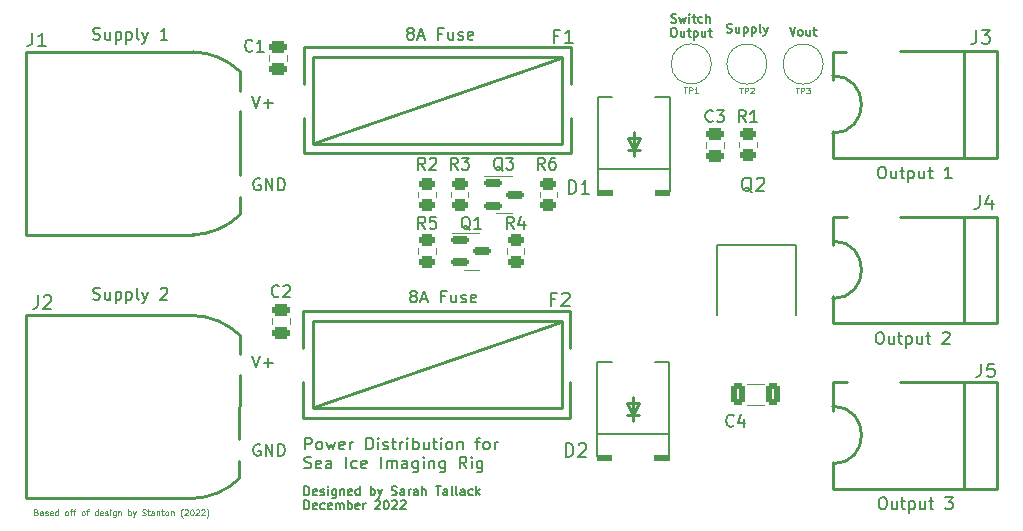
<source format=gbr>
%TF.GenerationSoftware,KiCad,Pcbnew,(6.0.8)*%
%TF.CreationDate,2022-12-08T15:19:17+02:00*%
%TF.ProjectId,Power Distribution,506f7765-7220-4446-9973-747269627574,V0*%
%TF.SameCoordinates,Original*%
%TF.FileFunction,Legend,Top*%
%TF.FilePolarity,Positive*%
%FSLAX46Y46*%
G04 Gerber Fmt 4.6, Leading zero omitted, Abs format (unit mm)*
G04 Created by KiCad (PCBNEW (6.0.8)) date 2022-12-08 15:19:17*
%MOMM*%
%LPD*%
G01*
G04 APERTURE LIST*
G04 Aperture macros list*
%AMRoundRect*
0 Rectangle with rounded corners*
0 $1 Rounding radius*
0 $2 $3 $4 $5 $6 $7 $8 $9 X,Y pos of 4 corners*
0 Add a 4 corners polygon primitive as box body*
4,1,4,$2,$3,$4,$5,$6,$7,$8,$9,$2,$3,0*
0 Add four circle primitives for the rounded corners*
1,1,$1+$1,$2,$3*
1,1,$1+$1,$4,$5*
1,1,$1+$1,$6,$7*
1,1,$1+$1,$8,$9*
0 Add four rect primitives between the rounded corners*
20,1,$1+$1,$2,$3,$4,$5,0*
20,1,$1+$1,$4,$5,$6,$7,0*
20,1,$1+$1,$6,$7,$8,$9,0*
20,1,$1+$1,$8,$9,$2,$3,0*%
G04 Aperture macros list end*
%ADD10C,0.150000*%
%ADD11C,0.125000*%
%ADD12C,0.152000*%
%ADD13C,0.120000*%
%ADD14C,0.254000*%
%ADD15RoundRect,0.250000X0.325000X0.650000X-0.325000X0.650000X-0.325000X-0.650000X0.325000X-0.650000X0*%
%ADD16R,1.300000X2.800000*%
%ADD17R,6.000000X6.500000*%
%ADD18R,3.300000X2.700000*%
%ADD19RoundRect,0.250000X0.450000X-0.262500X0.450000X0.262500X-0.450000X0.262500X-0.450000X-0.262500X0*%
%ADD20RoundRect,0.250000X-0.450000X0.262500X-0.450000X-0.262500X0.450000X-0.262500X0.450000X0.262500X0*%
%ADD21RoundRect,0.250000X0.475000X-0.250000X0.475000X0.250000X-0.475000X0.250000X-0.475000X-0.250000X0*%
%ADD22RoundRect,0.250000X-0.475000X0.250000X-0.475000X-0.250000X0.475000X-0.250000X0.475000X0.250000X0*%
%ADD23C,3.800000*%
%ADD24O,2.200000X1.200000*%
%ADD25O,1.800000X4.000000*%
%ADD26O,4.000000X1.800000*%
%ADD27O,1.000000X2.400000*%
%ADD28RoundRect,0.150000X-0.587500X-0.150000X0.587500X-0.150000X0.587500X0.150000X-0.587500X0.150000X0*%
%ADD29C,3.000000*%
%ADD30C,2.800000*%
%ADD31C,1.800000*%
G04 APERTURE END LIST*
D10*
X244285714Y-119819571D02*
X244392857Y-119855285D01*
X244571428Y-119855285D01*
X244642857Y-119819571D01*
X244678571Y-119783857D01*
X244714285Y-119712428D01*
X244714285Y-119641000D01*
X244678571Y-119569571D01*
X244642857Y-119533857D01*
X244571428Y-119498142D01*
X244428571Y-119462428D01*
X244357142Y-119426714D01*
X244321428Y-119391000D01*
X244285714Y-119319571D01*
X244285714Y-119248142D01*
X244321428Y-119176714D01*
X244357142Y-119141000D01*
X244428571Y-119105285D01*
X244607142Y-119105285D01*
X244714285Y-119141000D01*
X245357142Y-119355285D02*
X245357142Y-119855285D01*
X245035714Y-119355285D02*
X245035714Y-119748142D01*
X245071428Y-119819571D01*
X245142857Y-119855285D01*
X245250000Y-119855285D01*
X245321428Y-119819571D01*
X245357142Y-119783857D01*
X245714285Y-119355285D02*
X245714285Y-120105285D01*
X245714285Y-119391000D02*
X245785714Y-119355285D01*
X245928571Y-119355285D01*
X246000000Y-119391000D01*
X246035714Y-119426714D01*
X246071428Y-119498142D01*
X246071428Y-119712428D01*
X246035714Y-119783857D01*
X246000000Y-119819571D01*
X245928571Y-119855285D01*
X245785714Y-119855285D01*
X245714285Y-119819571D01*
X246392857Y-119355285D02*
X246392857Y-120105285D01*
X246392857Y-119391000D02*
X246464285Y-119355285D01*
X246607142Y-119355285D01*
X246678571Y-119391000D01*
X246714285Y-119426714D01*
X246750000Y-119498142D01*
X246750000Y-119712428D01*
X246714285Y-119783857D01*
X246678571Y-119819571D01*
X246607142Y-119855285D01*
X246464285Y-119855285D01*
X246392857Y-119819571D01*
X247178571Y-119855285D02*
X247107142Y-119819571D01*
X247071428Y-119748142D01*
X247071428Y-119105285D01*
X247392857Y-119355285D02*
X247571428Y-119855285D01*
X247750000Y-119355285D02*
X247571428Y-119855285D01*
X247500000Y-120033857D01*
X247464285Y-120069571D01*
X247392857Y-120105285D01*
X257403846Y-159186380D02*
X257594322Y-159186380D01*
X257689560Y-159234000D01*
X257784799Y-159329238D01*
X257832418Y-159519714D01*
X257832418Y-159853047D01*
X257784799Y-160043523D01*
X257689560Y-160138761D01*
X257594322Y-160186380D01*
X257403846Y-160186380D01*
X257308608Y-160138761D01*
X257213370Y-160043523D01*
X257165751Y-159853047D01*
X257165751Y-159519714D01*
X257213370Y-159329238D01*
X257308608Y-159234000D01*
X257403846Y-159186380D01*
X258689560Y-159519714D02*
X258689560Y-160186380D01*
X258260989Y-159519714D02*
X258260989Y-160043523D01*
X258308608Y-160138761D01*
X258403846Y-160186380D01*
X258546703Y-160186380D01*
X258641941Y-160138761D01*
X258689560Y-160091142D01*
X259022894Y-159519714D02*
X259403846Y-159519714D01*
X259165751Y-159186380D02*
X259165751Y-160043523D01*
X259213370Y-160138761D01*
X259308608Y-160186380D01*
X259403846Y-160186380D01*
X259737179Y-159519714D02*
X259737179Y-160519714D01*
X259737179Y-159567333D02*
X259832418Y-159519714D01*
X260022894Y-159519714D01*
X260118132Y-159567333D01*
X260165751Y-159614952D01*
X260213370Y-159710190D01*
X260213370Y-159995904D01*
X260165751Y-160091142D01*
X260118132Y-160138761D01*
X260022894Y-160186380D01*
X259832418Y-160186380D01*
X259737179Y-160138761D01*
X261070513Y-159519714D02*
X261070513Y-160186380D01*
X260641941Y-159519714D02*
X260641941Y-160043523D01*
X260689560Y-160138761D01*
X260784799Y-160186380D01*
X260927656Y-160186380D01*
X261022894Y-160138761D01*
X261070513Y-160091142D01*
X261403846Y-159519714D02*
X261784799Y-159519714D01*
X261546703Y-159186380D02*
X261546703Y-160043523D01*
X261594322Y-160138761D01*
X261689560Y-160186380D01*
X261784799Y-160186380D01*
X262784799Y-159186380D02*
X263403846Y-159186380D01*
X263070513Y-159567333D01*
X263213370Y-159567333D01*
X263308608Y-159614952D01*
X263356227Y-159662571D01*
X263403846Y-159757809D01*
X263403846Y-159995904D01*
X263356227Y-160091142D01*
X263308608Y-160138761D01*
X263213370Y-160186380D01*
X262927656Y-160186380D01*
X262832418Y-160138761D01*
X262784799Y-160091142D01*
X190641941Y-120388761D02*
X190784799Y-120436380D01*
X191022894Y-120436380D01*
X191118132Y-120388761D01*
X191165751Y-120341142D01*
X191213370Y-120245904D01*
X191213370Y-120150666D01*
X191165751Y-120055428D01*
X191118132Y-120007809D01*
X191022894Y-119960190D01*
X190832418Y-119912571D01*
X190737179Y-119864952D01*
X190689560Y-119817333D01*
X190641941Y-119722095D01*
X190641941Y-119626857D01*
X190689560Y-119531619D01*
X190737179Y-119484000D01*
X190832418Y-119436380D01*
X191070513Y-119436380D01*
X191213370Y-119484000D01*
X192070513Y-119769714D02*
X192070513Y-120436380D01*
X191641941Y-119769714D02*
X191641941Y-120293523D01*
X191689560Y-120388761D01*
X191784799Y-120436380D01*
X191927656Y-120436380D01*
X192022894Y-120388761D01*
X192070513Y-120341142D01*
X192546703Y-119769714D02*
X192546703Y-120769714D01*
X192546703Y-119817333D02*
X192641941Y-119769714D01*
X192832418Y-119769714D01*
X192927656Y-119817333D01*
X192975275Y-119864952D01*
X193022894Y-119960190D01*
X193022894Y-120245904D01*
X192975275Y-120341142D01*
X192927656Y-120388761D01*
X192832418Y-120436380D01*
X192641941Y-120436380D01*
X192546703Y-120388761D01*
X193451465Y-119769714D02*
X193451465Y-120769714D01*
X193451465Y-119817333D02*
X193546703Y-119769714D01*
X193737179Y-119769714D01*
X193832418Y-119817333D01*
X193880037Y-119864952D01*
X193927656Y-119960190D01*
X193927656Y-120245904D01*
X193880037Y-120341142D01*
X193832418Y-120388761D01*
X193737179Y-120436380D01*
X193546703Y-120436380D01*
X193451465Y-120388761D01*
X194499084Y-120436380D02*
X194403846Y-120388761D01*
X194356227Y-120293523D01*
X194356227Y-119436380D01*
X194784799Y-119769714D02*
X195022894Y-120436380D01*
X195260989Y-119769714D02*
X195022894Y-120436380D01*
X194927656Y-120674476D01*
X194880037Y-120722095D01*
X194784799Y-120769714D01*
X196927656Y-120436380D02*
X196356227Y-120436380D01*
X196641941Y-120436380D02*
X196641941Y-119436380D01*
X196546703Y-119579238D01*
X196451465Y-119674476D01*
X196356227Y-119722095D01*
X208585595Y-155131380D02*
X208585595Y-154131380D01*
X208966547Y-154131380D01*
X209061785Y-154179000D01*
X209109404Y-154226619D01*
X209157023Y-154321857D01*
X209157023Y-154464714D01*
X209109404Y-154559952D01*
X209061785Y-154607571D01*
X208966547Y-154655190D01*
X208585595Y-154655190D01*
X209728452Y-155131380D02*
X209633214Y-155083761D01*
X209585595Y-155036142D01*
X209537976Y-154940904D01*
X209537976Y-154655190D01*
X209585595Y-154559952D01*
X209633214Y-154512333D01*
X209728452Y-154464714D01*
X209871309Y-154464714D01*
X209966547Y-154512333D01*
X210014166Y-154559952D01*
X210061785Y-154655190D01*
X210061785Y-154940904D01*
X210014166Y-155036142D01*
X209966547Y-155083761D01*
X209871309Y-155131380D01*
X209728452Y-155131380D01*
X210395119Y-154464714D02*
X210585595Y-155131380D01*
X210776071Y-154655190D01*
X210966547Y-155131380D01*
X211157023Y-154464714D01*
X211918928Y-155083761D02*
X211823690Y-155131380D01*
X211633214Y-155131380D01*
X211537976Y-155083761D01*
X211490357Y-154988523D01*
X211490357Y-154607571D01*
X211537976Y-154512333D01*
X211633214Y-154464714D01*
X211823690Y-154464714D01*
X211918928Y-154512333D01*
X211966547Y-154607571D01*
X211966547Y-154702809D01*
X211490357Y-154798047D01*
X212395119Y-155131380D02*
X212395119Y-154464714D01*
X212395119Y-154655190D02*
X212442738Y-154559952D01*
X212490357Y-154512333D01*
X212585595Y-154464714D01*
X212680833Y-154464714D01*
X213776071Y-155131380D02*
X213776071Y-154131380D01*
X214014166Y-154131380D01*
X214157023Y-154179000D01*
X214252261Y-154274238D01*
X214299880Y-154369476D01*
X214347500Y-154559952D01*
X214347500Y-154702809D01*
X214299880Y-154893285D01*
X214252261Y-154988523D01*
X214157023Y-155083761D01*
X214014166Y-155131380D01*
X213776071Y-155131380D01*
X214776071Y-155131380D02*
X214776071Y-154464714D01*
X214776071Y-154131380D02*
X214728452Y-154179000D01*
X214776071Y-154226619D01*
X214823690Y-154179000D01*
X214776071Y-154131380D01*
X214776071Y-154226619D01*
X215204642Y-155083761D02*
X215299880Y-155131380D01*
X215490357Y-155131380D01*
X215585595Y-155083761D01*
X215633214Y-154988523D01*
X215633214Y-154940904D01*
X215585595Y-154845666D01*
X215490357Y-154798047D01*
X215347500Y-154798047D01*
X215252261Y-154750428D01*
X215204642Y-154655190D01*
X215204642Y-154607571D01*
X215252261Y-154512333D01*
X215347500Y-154464714D01*
X215490357Y-154464714D01*
X215585595Y-154512333D01*
X215918928Y-154464714D02*
X216299880Y-154464714D01*
X216061785Y-154131380D02*
X216061785Y-154988523D01*
X216109404Y-155083761D01*
X216204642Y-155131380D01*
X216299880Y-155131380D01*
X216633214Y-155131380D02*
X216633214Y-154464714D01*
X216633214Y-154655190D02*
X216680833Y-154559952D01*
X216728452Y-154512333D01*
X216823690Y-154464714D01*
X216918928Y-154464714D01*
X217252261Y-155131380D02*
X217252261Y-154464714D01*
X217252261Y-154131380D02*
X217204642Y-154179000D01*
X217252261Y-154226619D01*
X217299880Y-154179000D01*
X217252261Y-154131380D01*
X217252261Y-154226619D01*
X217728452Y-155131380D02*
X217728452Y-154131380D01*
X217728452Y-154512333D02*
X217823690Y-154464714D01*
X218014166Y-154464714D01*
X218109404Y-154512333D01*
X218157023Y-154559952D01*
X218204642Y-154655190D01*
X218204642Y-154940904D01*
X218157023Y-155036142D01*
X218109404Y-155083761D01*
X218014166Y-155131380D01*
X217823690Y-155131380D01*
X217728452Y-155083761D01*
X219061785Y-154464714D02*
X219061785Y-155131380D01*
X218633214Y-154464714D02*
X218633214Y-154988523D01*
X218680833Y-155083761D01*
X218776071Y-155131380D01*
X218918928Y-155131380D01*
X219014166Y-155083761D01*
X219061785Y-155036142D01*
X219395119Y-154464714D02*
X219776071Y-154464714D01*
X219537976Y-154131380D02*
X219537976Y-154988523D01*
X219585595Y-155083761D01*
X219680833Y-155131380D01*
X219776071Y-155131380D01*
X220109404Y-155131380D02*
X220109404Y-154464714D01*
X220109404Y-154131380D02*
X220061785Y-154179000D01*
X220109404Y-154226619D01*
X220157023Y-154179000D01*
X220109404Y-154131380D01*
X220109404Y-154226619D01*
X220728452Y-155131380D02*
X220633214Y-155083761D01*
X220585595Y-155036142D01*
X220537976Y-154940904D01*
X220537976Y-154655190D01*
X220585595Y-154559952D01*
X220633214Y-154512333D01*
X220728452Y-154464714D01*
X220871309Y-154464714D01*
X220966547Y-154512333D01*
X221014166Y-154559952D01*
X221061785Y-154655190D01*
X221061785Y-154940904D01*
X221014166Y-155036142D01*
X220966547Y-155083761D01*
X220871309Y-155131380D01*
X220728452Y-155131380D01*
X221490357Y-154464714D02*
X221490357Y-155131380D01*
X221490357Y-154559952D02*
X221537976Y-154512333D01*
X221633214Y-154464714D01*
X221776071Y-154464714D01*
X221871309Y-154512333D01*
X221918928Y-154607571D01*
X221918928Y-155131380D01*
X223014166Y-154464714D02*
X223395119Y-154464714D01*
X223157023Y-155131380D02*
X223157023Y-154274238D01*
X223204642Y-154179000D01*
X223299880Y-154131380D01*
X223395119Y-154131380D01*
X223871309Y-155131380D02*
X223776071Y-155083761D01*
X223728452Y-155036142D01*
X223680833Y-154940904D01*
X223680833Y-154655190D01*
X223728452Y-154559952D01*
X223776071Y-154512333D01*
X223871309Y-154464714D01*
X224014166Y-154464714D01*
X224109404Y-154512333D01*
X224157023Y-154559952D01*
X224204642Y-154655190D01*
X224204642Y-154940904D01*
X224157023Y-155036142D01*
X224109404Y-155083761D01*
X224014166Y-155131380D01*
X223871309Y-155131380D01*
X224633214Y-155131380D02*
X224633214Y-154464714D01*
X224633214Y-154655190D02*
X224680833Y-154559952D01*
X224728452Y-154512333D01*
X224823690Y-154464714D01*
X224918928Y-154464714D01*
X208537976Y-156693761D02*
X208680833Y-156741380D01*
X208918928Y-156741380D01*
X209014166Y-156693761D01*
X209061785Y-156646142D01*
X209109404Y-156550904D01*
X209109404Y-156455666D01*
X209061785Y-156360428D01*
X209014166Y-156312809D01*
X208918928Y-156265190D01*
X208728452Y-156217571D01*
X208633214Y-156169952D01*
X208585595Y-156122333D01*
X208537976Y-156027095D01*
X208537976Y-155931857D01*
X208585595Y-155836619D01*
X208633214Y-155789000D01*
X208728452Y-155741380D01*
X208966547Y-155741380D01*
X209109404Y-155789000D01*
X209918928Y-156693761D02*
X209823690Y-156741380D01*
X209633214Y-156741380D01*
X209537976Y-156693761D01*
X209490357Y-156598523D01*
X209490357Y-156217571D01*
X209537976Y-156122333D01*
X209633214Y-156074714D01*
X209823690Y-156074714D01*
X209918928Y-156122333D01*
X209966547Y-156217571D01*
X209966547Y-156312809D01*
X209490357Y-156408047D01*
X210823690Y-156741380D02*
X210823690Y-156217571D01*
X210776071Y-156122333D01*
X210680833Y-156074714D01*
X210490357Y-156074714D01*
X210395119Y-156122333D01*
X210823690Y-156693761D02*
X210728452Y-156741380D01*
X210490357Y-156741380D01*
X210395119Y-156693761D01*
X210347500Y-156598523D01*
X210347500Y-156503285D01*
X210395119Y-156408047D01*
X210490357Y-156360428D01*
X210728452Y-156360428D01*
X210823690Y-156312809D01*
X212061785Y-156741380D02*
X212061785Y-155741380D01*
X212966547Y-156693761D02*
X212871309Y-156741380D01*
X212680833Y-156741380D01*
X212585595Y-156693761D01*
X212537976Y-156646142D01*
X212490357Y-156550904D01*
X212490357Y-156265190D01*
X212537976Y-156169952D01*
X212585595Y-156122333D01*
X212680833Y-156074714D01*
X212871309Y-156074714D01*
X212966547Y-156122333D01*
X213776071Y-156693761D02*
X213680833Y-156741380D01*
X213490357Y-156741380D01*
X213395119Y-156693761D01*
X213347500Y-156598523D01*
X213347500Y-156217571D01*
X213395119Y-156122333D01*
X213490357Y-156074714D01*
X213680833Y-156074714D01*
X213776071Y-156122333D01*
X213823690Y-156217571D01*
X213823690Y-156312809D01*
X213347500Y-156408047D01*
X215014166Y-156741380D02*
X215014166Y-155741380D01*
X215490357Y-156741380D02*
X215490357Y-156074714D01*
X215490357Y-156169952D02*
X215537976Y-156122333D01*
X215633214Y-156074714D01*
X215776071Y-156074714D01*
X215871309Y-156122333D01*
X215918928Y-156217571D01*
X215918928Y-156741380D01*
X215918928Y-156217571D02*
X215966547Y-156122333D01*
X216061785Y-156074714D01*
X216204642Y-156074714D01*
X216299880Y-156122333D01*
X216347500Y-156217571D01*
X216347500Y-156741380D01*
X217252261Y-156741380D02*
X217252261Y-156217571D01*
X217204642Y-156122333D01*
X217109404Y-156074714D01*
X216918928Y-156074714D01*
X216823690Y-156122333D01*
X217252261Y-156693761D02*
X217157023Y-156741380D01*
X216918928Y-156741380D01*
X216823690Y-156693761D01*
X216776071Y-156598523D01*
X216776071Y-156503285D01*
X216823690Y-156408047D01*
X216918928Y-156360428D01*
X217157023Y-156360428D01*
X217252261Y-156312809D01*
X218157023Y-156074714D02*
X218157023Y-156884238D01*
X218109404Y-156979476D01*
X218061785Y-157027095D01*
X217966547Y-157074714D01*
X217823690Y-157074714D01*
X217728452Y-157027095D01*
X218157023Y-156693761D02*
X218061785Y-156741380D01*
X217871309Y-156741380D01*
X217776071Y-156693761D01*
X217728452Y-156646142D01*
X217680833Y-156550904D01*
X217680833Y-156265190D01*
X217728452Y-156169952D01*
X217776071Y-156122333D01*
X217871309Y-156074714D01*
X218061785Y-156074714D01*
X218157023Y-156122333D01*
X218633214Y-156741380D02*
X218633214Y-156074714D01*
X218633214Y-155741380D02*
X218585595Y-155789000D01*
X218633214Y-155836619D01*
X218680833Y-155789000D01*
X218633214Y-155741380D01*
X218633214Y-155836619D01*
X219109404Y-156074714D02*
X219109404Y-156741380D01*
X219109404Y-156169952D02*
X219157023Y-156122333D01*
X219252261Y-156074714D01*
X219395119Y-156074714D01*
X219490357Y-156122333D01*
X219537976Y-156217571D01*
X219537976Y-156741380D01*
X220442738Y-156074714D02*
X220442738Y-156884238D01*
X220395119Y-156979476D01*
X220347500Y-157027095D01*
X220252261Y-157074714D01*
X220109404Y-157074714D01*
X220014166Y-157027095D01*
X220442738Y-156693761D02*
X220347500Y-156741380D01*
X220157023Y-156741380D01*
X220061785Y-156693761D01*
X220014166Y-156646142D01*
X219966547Y-156550904D01*
X219966547Y-156265190D01*
X220014166Y-156169952D01*
X220061785Y-156122333D01*
X220157023Y-156074714D01*
X220347500Y-156074714D01*
X220442738Y-156122333D01*
X222252261Y-156741380D02*
X221918928Y-156265190D01*
X221680833Y-156741380D02*
X221680833Y-155741380D01*
X222061785Y-155741380D01*
X222157023Y-155789000D01*
X222204642Y-155836619D01*
X222252261Y-155931857D01*
X222252261Y-156074714D01*
X222204642Y-156169952D01*
X222157023Y-156217571D01*
X222061785Y-156265190D01*
X221680833Y-156265190D01*
X222680833Y-156741380D02*
X222680833Y-156074714D01*
X222680833Y-155741380D02*
X222633214Y-155789000D01*
X222680833Y-155836619D01*
X222728452Y-155789000D01*
X222680833Y-155741380D01*
X222680833Y-155836619D01*
X223585595Y-156074714D02*
X223585595Y-156884238D01*
X223537976Y-156979476D01*
X223490357Y-157027095D01*
X223395119Y-157074714D01*
X223252261Y-157074714D01*
X223157023Y-157027095D01*
X223585595Y-156693761D02*
X223490357Y-156741380D01*
X223299880Y-156741380D01*
X223204642Y-156693761D01*
X223157023Y-156646142D01*
X223109404Y-156550904D01*
X223109404Y-156265190D01*
X223157023Y-156169952D01*
X223204642Y-156122333D01*
X223299880Y-156074714D01*
X223490357Y-156074714D01*
X223585595Y-156122333D01*
X249607142Y-119355285D02*
X249857142Y-120105285D01*
X250107142Y-119355285D01*
X250464285Y-120105285D02*
X250392857Y-120069571D01*
X250357142Y-120033857D01*
X250321428Y-119962428D01*
X250321428Y-119748142D01*
X250357142Y-119676714D01*
X250392857Y-119641000D01*
X250464285Y-119605285D01*
X250571428Y-119605285D01*
X250642857Y-119641000D01*
X250678571Y-119676714D01*
X250714285Y-119748142D01*
X250714285Y-119962428D01*
X250678571Y-120033857D01*
X250642857Y-120069571D01*
X250571428Y-120105285D01*
X250464285Y-120105285D01*
X251357142Y-119605285D02*
X251357142Y-120105285D01*
X251035714Y-119605285D02*
X251035714Y-119998142D01*
X251071428Y-120069571D01*
X251142857Y-120105285D01*
X251250000Y-120105285D01*
X251321428Y-120069571D01*
X251357142Y-120033857D01*
X251607142Y-119605285D02*
X251892857Y-119605285D01*
X251714285Y-119355285D02*
X251714285Y-119998142D01*
X251750000Y-120069571D01*
X251821428Y-120105285D01*
X251892857Y-120105285D01*
X257153846Y-145186380D02*
X257344322Y-145186380D01*
X257439560Y-145234000D01*
X257534799Y-145329238D01*
X257582418Y-145519714D01*
X257582418Y-145853047D01*
X257534799Y-146043523D01*
X257439560Y-146138761D01*
X257344322Y-146186380D01*
X257153846Y-146186380D01*
X257058608Y-146138761D01*
X256963370Y-146043523D01*
X256915751Y-145853047D01*
X256915751Y-145519714D01*
X256963370Y-145329238D01*
X257058608Y-145234000D01*
X257153846Y-145186380D01*
X258439560Y-145519714D02*
X258439560Y-146186380D01*
X258010989Y-145519714D02*
X258010989Y-146043523D01*
X258058608Y-146138761D01*
X258153846Y-146186380D01*
X258296703Y-146186380D01*
X258391941Y-146138761D01*
X258439560Y-146091142D01*
X258772894Y-145519714D02*
X259153846Y-145519714D01*
X258915751Y-145186380D02*
X258915751Y-146043523D01*
X258963370Y-146138761D01*
X259058608Y-146186380D01*
X259153846Y-146186380D01*
X259487179Y-145519714D02*
X259487179Y-146519714D01*
X259487179Y-145567333D02*
X259582418Y-145519714D01*
X259772894Y-145519714D01*
X259868132Y-145567333D01*
X259915751Y-145614952D01*
X259963370Y-145710190D01*
X259963370Y-145995904D01*
X259915751Y-146091142D01*
X259868132Y-146138761D01*
X259772894Y-146186380D01*
X259582418Y-146186380D01*
X259487179Y-146138761D01*
X260820513Y-145519714D02*
X260820513Y-146186380D01*
X260391941Y-145519714D02*
X260391941Y-146043523D01*
X260439560Y-146138761D01*
X260534799Y-146186380D01*
X260677656Y-146186380D01*
X260772894Y-146138761D01*
X260820513Y-146091142D01*
X261153846Y-145519714D02*
X261534799Y-145519714D01*
X261296703Y-145186380D02*
X261296703Y-146043523D01*
X261344322Y-146138761D01*
X261439560Y-146186380D01*
X261534799Y-146186380D01*
X262582418Y-145281619D02*
X262630037Y-145234000D01*
X262725275Y-145186380D01*
X262963370Y-145186380D01*
X263058608Y-145234000D01*
X263106227Y-145281619D01*
X263153846Y-145376857D01*
X263153846Y-145472095D01*
X263106227Y-145614952D01*
X262534799Y-146186380D01*
X263153846Y-146186380D01*
X208526071Y-158985535D02*
X208526071Y-158235535D01*
X208704642Y-158235535D01*
X208811785Y-158271250D01*
X208883214Y-158342678D01*
X208918928Y-158414107D01*
X208954642Y-158556964D01*
X208954642Y-158664107D01*
X208918928Y-158806964D01*
X208883214Y-158878392D01*
X208811785Y-158949821D01*
X208704642Y-158985535D01*
X208526071Y-158985535D01*
X209561785Y-158949821D02*
X209490357Y-158985535D01*
X209347500Y-158985535D01*
X209276071Y-158949821D01*
X209240357Y-158878392D01*
X209240357Y-158592678D01*
X209276071Y-158521250D01*
X209347500Y-158485535D01*
X209490357Y-158485535D01*
X209561785Y-158521250D01*
X209597500Y-158592678D01*
X209597500Y-158664107D01*
X209240357Y-158735535D01*
X209883214Y-158949821D02*
X209954642Y-158985535D01*
X210097500Y-158985535D01*
X210168928Y-158949821D01*
X210204642Y-158878392D01*
X210204642Y-158842678D01*
X210168928Y-158771250D01*
X210097500Y-158735535D01*
X209990357Y-158735535D01*
X209918928Y-158699821D01*
X209883214Y-158628392D01*
X209883214Y-158592678D01*
X209918928Y-158521250D01*
X209990357Y-158485535D01*
X210097500Y-158485535D01*
X210168928Y-158521250D01*
X210526071Y-158985535D02*
X210526071Y-158485535D01*
X210526071Y-158235535D02*
X210490357Y-158271250D01*
X210526071Y-158306964D01*
X210561785Y-158271250D01*
X210526071Y-158235535D01*
X210526071Y-158306964D01*
X211204642Y-158485535D02*
X211204642Y-159092678D01*
X211168928Y-159164107D01*
X211133214Y-159199821D01*
X211061785Y-159235535D01*
X210954642Y-159235535D01*
X210883214Y-159199821D01*
X211204642Y-158949821D02*
X211133214Y-158985535D01*
X210990357Y-158985535D01*
X210918928Y-158949821D01*
X210883214Y-158914107D01*
X210847500Y-158842678D01*
X210847500Y-158628392D01*
X210883214Y-158556964D01*
X210918928Y-158521250D01*
X210990357Y-158485535D01*
X211133214Y-158485535D01*
X211204642Y-158521250D01*
X211561785Y-158485535D02*
X211561785Y-158985535D01*
X211561785Y-158556964D02*
X211597500Y-158521250D01*
X211668928Y-158485535D01*
X211776071Y-158485535D01*
X211847500Y-158521250D01*
X211883214Y-158592678D01*
X211883214Y-158985535D01*
X212526071Y-158949821D02*
X212454642Y-158985535D01*
X212311785Y-158985535D01*
X212240357Y-158949821D01*
X212204642Y-158878392D01*
X212204642Y-158592678D01*
X212240357Y-158521250D01*
X212311785Y-158485535D01*
X212454642Y-158485535D01*
X212526071Y-158521250D01*
X212561785Y-158592678D01*
X212561785Y-158664107D01*
X212204642Y-158735535D01*
X213204642Y-158985535D02*
X213204642Y-158235535D01*
X213204642Y-158949821D02*
X213133214Y-158985535D01*
X212990357Y-158985535D01*
X212918928Y-158949821D01*
X212883214Y-158914107D01*
X212847500Y-158842678D01*
X212847500Y-158628392D01*
X212883214Y-158556964D01*
X212918928Y-158521250D01*
X212990357Y-158485535D01*
X213133214Y-158485535D01*
X213204642Y-158521250D01*
X214133214Y-158985535D02*
X214133214Y-158235535D01*
X214133214Y-158521250D02*
X214204642Y-158485535D01*
X214347500Y-158485535D01*
X214418928Y-158521250D01*
X214454642Y-158556964D01*
X214490357Y-158628392D01*
X214490357Y-158842678D01*
X214454642Y-158914107D01*
X214418928Y-158949821D01*
X214347500Y-158985535D01*
X214204642Y-158985535D01*
X214133214Y-158949821D01*
X214740357Y-158485535D02*
X214918928Y-158985535D01*
X215097500Y-158485535D02*
X214918928Y-158985535D01*
X214847500Y-159164107D01*
X214811785Y-159199821D01*
X214740357Y-159235535D01*
X215918928Y-158949821D02*
X216026071Y-158985535D01*
X216204642Y-158985535D01*
X216276071Y-158949821D01*
X216311785Y-158914107D01*
X216347500Y-158842678D01*
X216347500Y-158771250D01*
X216311785Y-158699821D01*
X216276071Y-158664107D01*
X216204642Y-158628392D01*
X216061785Y-158592678D01*
X215990357Y-158556964D01*
X215954642Y-158521250D01*
X215918928Y-158449821D01*
X215918928Y-158378392D01*
X215954642Y-158306964D01*
X215990357Y-158271250D01*
X216061785Y-158235535D01*
X216240357Y-158235535D01*
X216347500Y-158271250D01*
X216990357Y-158985535D02*
X216990357Y-158592678D01*
X216954642Y-158521250D01*
X216883214Y-158485535D01*
X216740357Y-158485535D01*
X216668928Y-158521250D01*
X216990357Y-158949821D02*
X216918928Y-158985535D01*
X216740357Y-158985535D01*
X216668928Y-158949821D01*
X216633214Y-158878392D01*
X216633214Y-158806964D01*
X216668928Y-158735535D01*
X216740357Y-158699821D01*
X216918928Y-158699821D01*
X216990357Y-158664107D01*
X217347500Y-158985535D02*
X217347500Y-158485535D01*
X217347500Y-158628392D02*
X217383214Y-158556964D01*
X217418928Y-158521250D01*
X217490357Y-158485535D01*
X217561785Y-158485535D01*
X218133214Y-158985535D02*
X218133214Y-158592678D01*
X218097500Y-158521250D01*
X218026071Y-158485535D01*
X217883214Y-158485535D01*
X217811785Y-158521250D01*
X218133214Y-158949821D02*
X218061785Y-158985535D01*
X217883214Y-158985535D01*
X217811785Y-158949821D01*
X217776071Y-158878392D01*
X217776071Y-158806964D01*
X217811785Y-158735535D01*
X217883214Y-158699821D01*
X218061785Y-158699821D01*
X218133214Y-158664107D01*
X218490357Y-158985535D02*
X218490357Y-158235535D01*
X218811785Y-158985535D02*
X218811785Y-158592678D01*
X218776071Y-158521250D01*
X218704642Y-158485535D01*
X218597500Y-158485535D01*
X218526071Y-158521250D01*
X218490357Y-158556964D01*
X219633214Y-158235535D02*
X220061785Y-158235535D01*
X219847500Y-158985535D02*
X219847500Y-158235535D01*
X220633214Y-158985535D02*
X220633214Y-158592678D01*
X220597500Y-158521250D01*
X220526071Y-158485535D01*
X220383214Y-158485535D01*
X220311785Y-158521250D01*
X220633214Y-158949821D02*
X220561785Y-158985535D01*
X220383214Y-158985535D01*
X220311785Y-158949821D01*
X220276071Y-158878392D01*
X220276071Y-158806964D01*
X220311785Y-158735535D01*
X220383214Y-158699821D01*
X220561785Y-158699821D01*
X220633214Y-158664107D01*
X221097500Y-158985535D02*
X221026071Y-158949821D01*
X220990357Y-158878392D01*
X220990357Y-158235535D01*
X221490357Y-158985535D02*
X221418928Y-158949821D01*
X221383214Y-158878392D01*
X221383214Y-158235535D01*
X222097500Y-158985535D02*
X222097500Y-158592678D01*
X222061785Y-158521250D01*
X221990357Y-158485535D01*
X221847500Y-158485535D01*
X221776071Y-158521250D01*
X222097500Y-158949821D02*
X222026071Y-158985535D01*
X221847500Y-158985535D01*
X221776071Y-158949821D01*
X221740357Y-158878392D01*
X221740357Y-158806964D01*
X221776071Y-158735535D01*
X221847500Y-158699821D01*
X222026071Y-158699821D01*
X222097500Y-158664107D01*
X222776071Y-158949821D02*
X222704642Y-158985535D01*
X222561785Y-158985535D01*
X222490357Y-158949821D01*
X222454642Y-158914107D01*
X222418928Y-158842678D01*
X222418928Y-158628392D01*
X222454642Y-158556964D01*
X222490357Y-158521250D01*
X222561785Y-158485535D01*
X222704642Y-158485535D01*
X222776071Y-158521250D01*
X223097500Y-158985535D02*
X223097500Y-158235535D01*
X223168928Y-158699821D02*
X223383214Y-158985535D01*
X223383214Y-158485535D02*
X223097500Y-158771250D01*
X208526071Y-160193035D02*
X208526071Y-159443035D01*
X208704642Y-159443035D01*
X208811785Y-159478750D01*
X208883214Y-159550178D01*
X208918928Y-159621607D01*
X208954642Y-159764464D01*
X208954642Y-159871607D01*
X208918928Y-160014464D01*
X208883214Y-160085892D01*
X208811785Y-160157321D01*
X208704642Y-160193035D01*
X208526071Y-160193035D01*
X209561785Y-160157321D02*
X209490357Y-160193035D01*
X209347500Y-160193035D01*
X209276071Y-160157321D01*
X209240357Y-160085892D01*
X209240357Y-159800178D01*
X209276071Y-159728750D01*
X209347500Y-159693035D01*
X209490357Y-159693035D01*
X209561785Y-159728750D01*
X209597500Y-159800178D01*
X209597500Y-159871607D01*
X209240357Y-159943035D01*
X210240357Y-160157321D02*
X210168928Y-160193035D01*
X210026071Y-160193035D01*
X209954642Y-160157321D01*
X209918928Y-160121607D01*
X209883214Y-160050178D01*
X209883214Y-159835892D01*
X209918928Y-159764464D01*
X209954642Y-159728750D01*
X210026071Y-159693035D01*
X210168928Y-159693035D01*
X210240357Y-159728750D01*
X210847500Y-160157321D02*
X210776071Y-160193035D01*
X210633214Y-160193035D01*
X210561785Y-160157321D01*
X210526071Y-160085892D01*
X210526071Y-159800178D01*
X210561785Y-159728750D01*
X210633214Y-159693035D01*
X210776071Y-159693035D01*
X210847500Y-159728750D01*
X210883214Y-159800178D01*
X210883214Y-159871607D01*
X210526071Y-159943035D01*
X211204642Y-160193035D02*
X211204642Y-159693035D01*
X211204642Y-159764464D02*
X211240357Y-159728750D01*
X211311785Y-159693035D01*
X211418928Y-159693035D01*
X211490357Y-159728750D01*
X211526071Y-159800178D01*
X211526071Y-160193035D01*
X211526071Y-159800178D02*
X211561785Y-159728750D01*
X211633214Y-159693035D01*
X211740357Y-159693035D01*
X211811785Y-159728750D01*
X211847500Y-159800178D01*
X211847500Y-160193035D01*
X212204642Y-160193035D02*
X212204642Y-159443035D01*
X212204642Y-159728750D02*
X212276071Y-159693035D01*
X212418928Y-159693035D01*
X212490357Y-159728750D01*
X212526071Y-159764464D01*
X212561785Y-159835892D01*
X212561785Y-160050178D01*
X212526071Y-160121607D01*
X212490357Y-160157321D01*
X212418928Y-160193035D01*
X212276071Y-160193035D01*
X212204642Y-160157321D01*
X213168928Y-160157321D02*
X213097500Y-160193035D01*
X212954642Y-160193035D01*
X212883214Y-160157321D01*
X212847500Y-160085892D01*
X212847500Y-159800178D01*
X212883214Y-159728750D01*
X212954642Y-159693035D01*
X213097500Y-159693035D01*
X213168928Y-159728750D01*
X213204642Y-159800178D01*
X213204642Y-159871607D01*
X212847500Y-159943035D01*
X213526071Y-160193035D02*
X213526071Y-159693035D01*
X213526071Y-159835892D02*
X213561785Y-159764464D01*
X213597500Y-159728750D01*
X213668928Y-159693035D01*
X213740357Y-159693035D01*
X214526071Y-159514464D02*
X214561785Y-159478750D01*
X214633214Y-159443035D01*
X214811785Y-159443035D01*
X214883214Y-159478750D01*
X214918928Y-159514464D01*
X214954642Y-159585892D01*
X214954642Y-159657321D01*
X214918928Y-159764464D01*
X214490357Y-160193035D01*
X214954642Y-160193035D01*
X215418928Y-159443035D02*
X215490357Y-159443035D01*
X215561785Y-159478750D01*
X215597500Y-159514464D01*
X215633214Y-159585892D01*
X215668928Y-159728750D01*
X215668928Y-159907321D01*
X215633214Y-160050178D01*
X215597500Y-160121607D01*
X215561785Y-160157321D01*
X215490357Y-160193035D01*
X215418928Y-160193035D01*
X215347500Y-160157321D01*
X215311785Y-160121607D01*
X215276071Y-160050178D01*
X215240357Y-159907321D01*
X215240357Y-159728750D01*
X215276071Y-159585892D01*
X215311785Y-159514464D01*
X215347500Y-159478750D01*
X215418928Y-159443035D01*
X215954642Y-159514464D02*
X215990357Y-159478750D01*
X216061785Y-159443035D01*
X216240357Y-159443035D01*
X216311785Y-159478750D01*
X216347500Y-159514464D01*
X216383214Y-159585892D01*
X216383214Y-159657321D01*
X216347500Y-159764464D01*
X215918928Y-160193035D01*
X216383214Y-160193035D01*
X216668928Y-159514464D02*
X216704642Y-159478750D01*
X216776071Y-159443035D01*
X216954642Y-159443035D01*
X217026071Y-159478750D01*
X217061785Y-159514464D01*
X217097500Y-159585892D01*
X217097500Y-159657321D01*
X217061785Y-159764464D01*
X216633214Y-160193035D01*
X217097500Y-160193035D01*
X217665751Y-142114952D02*
X217570513Y-142067333D01*
X217522894Y-142019714D01*
X217475275Y-141924476D01*
X217475275Y-141876857D01*
X217522894Y-141781619D01*
X217570513Y-141734000D01*
X217665751Y-141686380D01*
X217856227Y-141686380D01*
X217951465Y-141734000D01*
X217999084Y-141781619D01*
X218046703Y-141876857D01*
X218046703Y-141924476D01*
X217999084Y-142019714D01*
X217951465Y-142067333D01*
X217856227Y-142114952D01*
X217665751Y-142114952D01*
X217570513Y-142162571D01*
X217522894Y-142210190D01*
X217475275Y-142305428D01*
X217475275Y-142495904D01*
X217522894Y-142591142D01*
X217570513Y-142638761D01*
X217665751Y-142686380D01*
X217856227Y-142686380D01*
X217951465Y-142638761D01*
X217999084Y-142591142D01*
X218046703Y-142495904D01*
X218046703Y-142305428D01*
X217999084Y-142210190D01*
X217951465Y-142162571D01*
X217856227Y-142114952D01*
X218427656Y-142400666D02*
X218903846Y-142400666D01*
X218332418Y-142686380D02*
X218665751Y-141686380D01*
X218999084Y-142686380D01*
X220427656Y-142162571D02*
X220094322Y-142162571D01*
X220094322Y-142686380D02*
X220094322Y-141686380D01*
X220570513Y-141686380D01*
X221380037Y-142019714D02*
X221380037Y-142686380D01*
X220951465Y-142019714D02*
X220951465Y-142543523D01*
X220999084Y-142638761D01*
X221094322Y-142686380D01*
X221237179Y-142686380D01*
X221332418Y-142638761D01*
X221380037Y-142591142D01*
X221808608Y-142638761D02*
X221903846Y-142686380D01*
X222094322Y-142686380D01*
X222189560Y-142638761D01*
X222237179Y-142543523D01*
X222237179Y-142495904D01*
X222189560Y-142400666D01*
X222094322Y-142353047D01*
X221951465Y-142353047D01*
X221856227Y-142305428D01*
X221808608Y-142210190D01*
X221808608Y-142162571D01*
X221856227Y-142067333D01*
X221951465Y-142019714D01*
X222094322Y-142019714D01*
X222189560Y-142067333D01*
X223046703Y-142638761D02*
X222951465Y-142686380D01*
X222760989Y-142686380D01*
X222665751Y-142638761D01*
X222618132Y-142543523D01*
X222618132Y-142162571D01*
X222665751Y-142067333D01*
X222760989Y-142019714D01*
X222951465Y-142019714D01*
X223046703Y-142067333D01*
X223094322Y-142162571D01*
X223094322Y-142257809D01*
X222618132Y-142353047D01*
X190641941Y-142388761D02*
X190784799Y-142436380D01*
X191022894Y-142436380D01*
X191118132Y-142388761D01*
X191165751Y-142341142D01*
X191213370Y-142245904D01*
X191213370Y-142150666D01*
X191165751Y-142055428D01*
X191118132Y-142007809D01*
X191022894Y-141960190D01*
X190832418Y-141912571D01*
X190737179Y-141864952D01*
X190689560Y-141817333D01*
X190641941Y-141722095D01*
X190641941Y-141626857D01*
X190689560Y-141531619D01*
X190737179Y-141484000D01*
X190832418Y-141436380D01*
X191070513Y-141436380D01*
X191213370Y-141484000D01*
X192070513Y-141769714D02*
X192070513Y-142436380D01*
X191641941Y-141769714D02*
X191641941Y-142293523D01*
X191689560Y-142388761D01*
X191784799Y-142436380D01*
X191927656Y-142436380D01*
X192022894Y-142388761D01*
X192070513Y-142341142D01*
X192546703Y-141769714D02*
X192546703Y-142769714D01*
X192546703Y-141817333D02*
X192641941Y-141769714D01*
X192832418Y-141769714D01*
X192927656Y-141817333D01*
X192975275Y-141864952D01*
X193022894Y-141960190D01*
X193022894Y-142245904D01*
X192975275Y-142341142D01*
X192927656Y-142388761D01*
X192832418Y-142436380D01*
X192641941Y-142436380D01*
X192546703Y-142388761D01*
X193451465Y-141769714D02*
X193451465Y-142769714D01*
X193451465Y-141817333D02*
X193546703Y-141769714D01*
X193737179Y-141769714D01*
X193832418Y-141817333D01*
X193880037Y-141864952D01*
X193927656Y-141960190D01*
X193927656Y-142245904D01*
X193880037Y-142341142D01*
X193832418Y-142388761D01*
X193737179Y-142436380D01*
X193546703Y-142436380D01*
X193451465Y-142388761D01*
X194499084Y-142436380D02*
X194403846Y-142388761D01*
X194356227Y-142293523D01*
X194356227Y-141436380D01*
X194784799Y-141769714D02*
X195022894Y-142436380D01*
X195260989Y-141769714D02*
X195022894Y-142436380D01*
X194927656Y-142674476D01*
X194880037Y-142722095D01*
X194784799Y-142769714D01*
X196356227Y-141531619D02*
X196403846Y-141484000D01*
X196499084Y-141436380D01*
X196737179Y-141436380D01*
X196832418Y-141484000D01*
X196880037Y-141531619D01*
X196927656Y-141626857D01*
X196927656Y-141722095D01*
X196880037Y-141864952D01*
X196308608Y-142436380D01*
X196927656Y-142436380D01*
X204106228Y-147186380D02*
X204439561Y-148186380D01*
X204772894Y-147186380D01*
X205106228Y-147805428D02*
X205868132Y-147805428D01*
X205487180Y-148186380D02*
X205487180Y-147424476D01*
X217415751Y-119864952D02*
X217320513Y-119817333D01*
X217272894Y-119769714D01*
X217225275Y-119674476D01*
X217225275Y-119626857D01*
X217272894Y-119531619D01*
X217320513Y-119484000D01*
X217415751Y-119436380D01*
X217606227Y-119436380D01*
X217701465Y-119484000D01*
X217749084Y-119531619D01*
X217796703Y-119626857D01*
X217796703Y-119674476D01*
X217749084Y-119769714D01*
X217701465Y-119817333D01*
X217606227Y-119864952D01*
X217415751Y-119864952D01*
X217320513Y-119912571D01*
X217272894Y-119960190D01*
X217225275Y-120055428D01*
X217225275Y-120245904D01*
X217272894Y-120341142D01*
X217320513Y-120388761D01*
X217415751Y-120436380D01*
X217606227Y-120436380D01*
X217701465Y-120388761D01*
X217749084Y-120341142D01*
X217796703Y-120245904D01*
X217796703Y-120055428D01*
X217749084Y-119960190D01*
X217701465Y-119912571D01*
X217606227Y-119864952D01*
X218177656Y-120150666D02*
X218653846Y-120150666D01*
X218082418Y-120436380D02*
X218415751Y-119436380D01*
X218749084Y-120436380D01*
X220177656Y-119912571D02*
X219844322Y-119912571D01*
X219844322Y-120436380D02*
X219844322Y-119436380D01*
X220320513Y-119436380D01*
X221130037Y-119769714D02*
X221130037Y-120436380D01*
X220701465Y-119769714D02*
X220701465Y-120293523D01*
X220749084Y-120388761D01*
X220844322Y-120436380D01*
X220987179Y-120436380D01*
X221082418Y-120388761D01*
X221130037Y-120341142D01*
X221558608Y-120388761D02*
X221653846Y-120436380D01*
X221844322Y-120436380D01*
X221939560Y-120388761D01*
X221987179Y-120293523D01*
X221987179Y-120245904D01*
X221939560Y-120150666D01*
X221844322Y-120103047D01*
X221701465Y-120103047D01*
X221606227Y-120055428D01*
X221558608Y-119960190D01*
X221558608Y-119912571D01*
X221606227Y-119817333D01*
X221701465Y-119769714D01*
X221844322Y-119769714D01*
X221939560Y-119817333D01*
X222796703Y-120388761D02*
X222701465Y-120436380D01*
X222510989Y-120436380D01*
X222415751Y-120388761D01*
X222368132Y-120293523D01*
X222368132Y-119912571D01*
X222415751Y-119817333D01*
X222510989Y-119769714D01*
X222701465Y-119769714D01*
X222796703Y-119817333D01*
X222844322Y-119912571D01*
X222844322Y-120007809D01*
X222368132Y-120103047D01*
X204106228Y-125186380D02*
X204439561Y-126186380D01*
X204772894Y-125186380D01*
X205106228Y-125805428D02*
X205868132Y-125805428D01*
X205487180Y-126186380D02*
X205487180Y-125424476D01*
X257339002Y-131186380D02*
X257529478Y-131186380D01*
X257624716Y-131234000D01*
X257719955Y-131329238D01*
X257767574Y-131519714D01*
X257767574Y-131853047D01*
X257719955Y-132043523D01*
X257624716Y-132138761D01*
X257529478Y-132186380D01*
X257339002Y-132186380D01*
X257243764Y-132138761D01*
X257148526Y-132043523D01*
X257100907Y-131853047D01*
X257100907Y-131519714D01*
X257148526Y-131329238D01*
X257243764Y-131234000D01*
X257339002Y-131186380D01*
X258624716Y-131519714D02*
X258624716Y-132186380D01*
X258196145Y-131519714D02*
X258196145Y-132043523D01*
X258243764Y-132138761D01*
X258339002Y-132186380D01*
X258481859Y-132186380D01*
X258577097Y-132138761D01*
X258624716Y-132091142D01*
X258958050Y-131519714D02*
X259339002Y-131519714D01*
X259100907Y-131186380D02*
X259100907Y-132043523D01*
X259148526Y-132138761D01*
X259243764Y-132186380D01*
X259339002Y-132186380D01*
X259672335Y-131519714D02*
X259672335Y-132519714D01*
X259672335Y-131567333D02*
X259767574Y-131519714D01*
X259958050Y-131519714D01*
X260053288Y-131567333D01*
X260100907Y-131614952D01*
X260148526Y-131710190D01*
X260148526Y-131995904D01*
X260100907Y-132091142D01*
X260053288Y-132138761D01*
X259958050Y-132186380D01*
X259767574Y-132186380D01*
X259672335Y-132138761D01*
X261005669Y-131519714D02*
X261005669Y-132186380D01*
X260577097Y-131519714D02*
X260577097Y-132043523D01*
X260624716Y-132138761D01*
X260719955Y-132186380D01*
X260862812Y-132186380D01*
X260958050Y-132138761D01*
X261005669Y-132091142D01*
X261339002Y-131519714D02*
X261719955Y-131519714D01*
X261481859Y-131186380D02*
X261481859Y-132043523D01*
X261529478Y-132138761D01*
X261624716Y-132186380D01*
X261719955Y-132186380D01*
X263339002Y-132186380D02*
X262767574Y-132186380D01*
X263053288Y-132186380D02*
X263053288Y-131186380D01*
X262958050Y-131329238D01*
X262862812Y-131424476D01*
X262767574Y-131472095D01*
X239589285Y-118949821D02*
X239696428Y-118985535D01*
X239875000Y-118985535D01*
X239946428Y-118949821D01*
X239982142Y-118914107D01*
X240017857Y-118842678D01*
X240017857Y-118771250D01*
X239982142Y-118699821D01*
X239946428Y-118664107D01*
X239875000Y-118628392D01*
X239732142Y-118592678D01*
X239660714Y-118556964D01*
X239625000Y-118521250D01*
X239589285Y-118449821D01*
X239589285Y-118378392D01*
X239625000Y-118306964D01*
X239660714Y-118271250D01*
X239732142Y-118235535D01*
X239910714Y-118235535D01*
X240017857Y-118271250D01*
X240267857Y-118485535D02*
X240410714Y-118985535D01*
X240553571Y-118628392D01*
X240696428Y-118985535D01*
X240839285Y-118485535D01*
X241125000Y-118985535D02*
X241125000Y-118485535D01*
X241125000Y-118235535D02*
X241089285Y-118271250D01*
X241125000Y-118306964D01*
X241160714Y-118271250D01*
X241125000Y-118235535D01*
X241125000Y-118306964D01*
X241375000Y-118485535D02*
X241660714Y-118485535D01*
X241482142Y-118235535D02*
X241482142Y-118878392D01*
X241517857Y-118949821D01*
X241589285Y-118985535D01*
X241660714Y-118985535D01*
X242232142Y-118949821D02*
X242160714Y-118985535D01*
X242017857Y-118985535D01*
X241946428Y-118949821D01*
X241910714Y-118914107D01*
X241875000Y-118842678D01*
X241875000Y-118628392D01*
X241910714Y-118556964D01*
X241946428Y-118521250D01*
X242017857Y-118485535D01*
X242160714Y-118485535D01*
X242232142Y-118521250D01*
X242553571Y-118985535D02*
X242553571Y-118235535D01*
X242875000Y-118985535D02*
X242875000Y-118592678D01*
X242839285Y-118521250D01*
X242767857Y-118485535D01*
X242660714Y-118485535D01*
X242589285Y-118521250D01*
X242553571Y-118556964D01*
X239732142Y-119443035D02*
X239875000Y-119443035D01*
X239946428Y-119478750D01*
X240017857Y-119550178D01*
X240053571Y-119693035D01*
X240053571Y-119943035D01*
X240017857Y-120085892D01*
X239946428Y-120157321D01*
X239875000Y-120193035D01*
X239732142Y-120193035D01*
X239660714Y-120157321D01*
X239589285Y-120085892D01*
X239553571Y-119943035D01*
X239553571Y-119693035D01*
X239589285Y-119550178D01*
X239660714Y-119478750D01*
X239732142Y-119443035D01*
X240696428Y-119693035D02*
X240696428Y-120193035D01*
X240375000Y-119693035D02*
X240375000Y-120085892D01*
X240410714Y-120157321D01*
X240482142Y-120193035D01*
X240589285Y-120193035D01*
X240660714Y-120157321D01*
X240696428Y-120121607D01*
X240946428Y-119693035D02*
X241232142Y-119693035D01*
X241053571Y-119443035D02*
X241053571Y-120085892D01*
X241089285Y-120157321D01*
X241160714Y-120193035D01*
X241232142Y-120193035D01*
X241482142Y-119693035D02*
X241482142Y-120443035D01*
X241482142Y-119728750D02*
X241553571Y-119693035D01*
X241696428Y-119693035D01*
X241767857Y-119728750D01*
X241803571Y-119764464D01*
X241839285Y-119835892D01*
X241839285Y-120050178D01*
X241803571Y-120121607D01*
X241767857Y-120157321D01*
X241696428Y-120193035D01*
X241553571Y-120193035D01*
X241482142Y-120157321D01*
X242482142Y-119693035D02*
X242482142Y-120193035D01*
X242160714Y-119693035D02*
X242160714Y-120085892D01*
X242196428Y-120157321D01*
X242267857Y-120193035D01*
X242375000Y-120193035D01*
X242446428Y-120157321D01*
X242482142Y-120121607D01*
X242732142Y-119693035D02*
X243017857Y-119693035D01*
X242839285Y-119443035D02*
X242839285Y-120085892D01*
X242875000Y-120157321D01*
X242946428Y-120193035D01*
X243017857Y-120193035D01*
X204772894Y-132234000D02*
X204677656Y-132186380D01*
X204534799Y-132186380D01*
X204391941Y-132234000D01*
X204296703Y-132329238D01*
X204249084Y-132424476D01*
X204201465Y-132614952D01*
X204201465Y-132757809D01*
X204249084Y-132948285D01*
X204296703Y-133043523D01*
X204391941Y-133138761D01*
X204534799Y-133186380D01*
X204630037Y-133186380D01*
X204772894Y-133138761D01*
X204820513Y-133091142D01*
X204820513Y-132757809D01*
X204630037Y-132757809D01*
X205249084Y-133186380D02*
X205249084Y-132186380D01*
X205820513Y-133186380D01*
X205820513Y-132186380D01*
X206296703Y-133186380D02*
X206296703Y-132186380D01*
X206534799Y-132186380D01*
X206677656Y-132234000D01*
X206772894Y-132329238D01*
X206820513Y-132424476D01*
X206868132Y-132614952D01*
X206868132Y-132757809D01*
X206820513Y-132948285D01*
X206772894Y-133043523D01*
X206677656Y-133138761D01*
X206534799Y-133186380D01*
X206296703Y-133186380D01*
X204772894Y-154734000D02*
X204677656Y-154686380D01*
X204534799Y-154686380D01*
X204391941Y-154734000D01*
X204296703Y-154829238D01*
X204249084Y-154924476D01*
X204201465Y-155114952D01*
X204201465Y-155257809D01*
X204249084Y-155448285D01*
X204296703Y-155543523D01*
X204391941Y-155638761D01*
X204534799Y-155686380D01*
X204630037Y-155686380D01*
X204772894Y-155638761D01*
X204820513Y-155591142D01*
X204820513Y-155257809D01*
X204630037Y-155257809D01*
X205249084Y-155686380D02*
X205249084Y-154686380D01*
X205820513Y-155686380D01*
X205820513Y-154686380D01*
X206296703Y-155686380D02*
X206296703Y-154686380D01*
X206534799Y-154686380D01*
X206677656Y-154734000D01*
X206772894Y-154829238D01*
X206820513Y-154924476D01*
X206868132Y-155114952D01*
X206868132Y-155257809D01*
X206820513Y-155448285D01*
X206772894Y-155543523D01*
X206677656Y-155638761D01*
X206534799Y-155686380D01*
X206296703Y-155686380D01*
D11*
X185832418Y-160448285D02*
X185903846Y-160472095D01*
X185927656Y-160495904D01*
X185951465Y-160543523D01*
X185951465Y-160614952D01*
X185927656Y-160662571D01*
X185903846Y-160686380D01*
X185856227Y-160710190D01*
X185665751Y-160710190D01*
X185665751Y-160210190D01*
X185832418Y-160210190D01*
X185880037Y-160234000D01*
X185903846Y-160257809D01*
X185927656Y-160305428D01*
X185927656Y-160353047D01*
X185903846Y-160400666D01*
X185880037Y-160424476D01*
X185832418Y-160448285D01*
X185665751Y-160448285D01*
X186380037Y-160710190D02*
X186380037Y-160448285D01*
X186356227Y-160400666D01*
X186308608Y-160376857D01*
X186213370Y-160376857D01*
X186165751Y-160400666D01*
X186380037Y-160686380D02*
X186332418Y-160710190D01*
X186213370Y-160710190D01*
X186165751Y-160686380D01*
X186141941Y-160638761D01*
X186141941Y-160591142D01*
X186165751Y-160543523D01*
X186213370Y-160519714D01*
X186332418Y-160519714D01*
X186380037Y-160495904D01*
X186594322Y-160686380D02*
X186641941Y-160710190D01*
X186737179Y-160710190D01*
X186784798Y-160686380D01*
X186808608Y-160638761D01*
X186808608Y-160614952D01*
X186784798Y-160567333D01*
X186737179Y-160543523D01*
X186665751Y-160543523D01*
X186618132Y-160519714D01*
X186594322Y-160472095D01*
X186594322Y-160448285D01*
X186618132Y-160400666D01*
X186665751Y-160376857D01*
X186737179Y-160376857D01*
X186784798Y-160400666D01*
X187213370Y-160686380D02*
X187165751Y-160710190D01*
X187070513Y-160710190D01*
X187022894Y-160686380D01*
X186999084Y-160638761D01*
X186999084Y-160448285D01*
X187022894Y-160400666D01*
X187070513Y-160376857D01*
X187165751Y-160376857D01*
X187213370Y-160400666D01*
X187237179Y-160448285D01*
X187237179Y-160495904D01*
X186999084Y-160543523D01*
X187665751Y-160710190D02*
X187665751Y-160210190D01*
X187665751Y-160686380D02*
X187618132Y-160710190D01*
X187522894Y-160710190D01*
X187475275Y-160686380D01*
X187451465Y-160662571D01*
X187427656Y-160614952D01*
X187427656Y-160472095D01*
X187451465Y-160424476D01*
X187475275Y-160400666D01*
X187522894Y-160376857D01*
X187618132Y-160376857D01*
X187665751Y-160400666D01*
X188356227Y-160710190D02*
X188308608Y-160686380D01*
X188284798Y-160662571D01*
X188260989Y-160614952D01*
X188260989Y-160472095D01*
X188284798Y-160424476D01*
X188308608Y-160400666D01*
X188356227Y-160376857D01*
X188427656Y-160376857D01*
X188475275Y-160400666D01*
X188499084Y-160424476D01*
X188522894Y-160472095D01*
X188522894Y-160614952D01*
X188499084Y-160662571D01*
X188475275Y-160686380D01*
X188427656Y-160710190D01*
X188356227Y-160710190D01*
X188665751Y-160376857D02*
X188856227Y-160376857D01*
X188737179Y-160710190D02*
X188737179Y-160281619D01*
X188760989Y-160234000D01*
X188808608Y-160210190D01*
X188856227Y-160210190D01*
X188951465Y-160376857D02*
X189141941Y-160376857D01*
X189022894Y-160710190D02*
X189022894Y-160281619D01*
X189046703Y-160234000D01*
X189094322Y-160210190D01*
X189141941Y-160210190D01*
X189760989Y-160710190D02*
X189713370Y-160686380D01*
X189689560Y-160662571D01*
X189665751Y-160614952D01*
X189665751Y-160472095D01*
X189689560Y-160424476D01*
X189713370Y-160400666D01*
X189760989Y-160376857D01*
X189832418Y-160376857D01*
X189880037Y-160400666D01*
X189903846Y-160424476D01*
X189927656Y-160472095D01*
X189927656Y-160614952D01*
X189903846Y-160662571D01*
X189880037Y-160686380D01*
X189832418Y-160710190D01*
X189760989Y-160710190D01*
X190070513Y-160376857D02*
X190260989Y-160376857D01*
X190141941Y-160710190D02*
X190141941Y-160281619D01*
X190165751Y-160234000D01*
X190213370Y-160210190D01*
X190260989Y-160210190D01*
X191022894Y-160710190D02*
X191022894Y-160210190D01*
X191022894Y-160686380D02*
X190975275Y-160710190D01*
X190880037Y-160710190D01*
X190832418Y-160686380D01*
X190808608Y-160662571D01*
X190784798Y-160614952D01*
X190784798Y-160472095D01*
X190808608Y-160424476D01*
X190832418Y-160400666D01*
X190880037Y-160376857D01*
X190975275Y-160376857D01*
X191022894Y-160400666D01*
X191451465Y-160686380D02*
X191403846Y-160710190D01*
X191308608Y-160710190D01*
X191260989Y-160686380D01*
X191237179Y-160638761D01*
X191237179Y-160448285D01*
X191260989Y-160400666D01*
X191308608Y-160376857D01*
X191403846Y-160376857D01*
X191451465Y-160400666D01*
X191475275Y-160448285D01*
X191475275Y-160495904D01*
X191237179Y-160543523D01*
X191665751Y-160686380D02*
X191713370Y-160710190D01*
X191808608Y-160710190D01*
X191856227Y-160686380D01*
X191880037Y-160638761D01*
X191880037Y-160614952D01*
X191856227Y-160567333D01*
X191808608Y-160543523D01*
X191737179Y-160543523D01*
X191689560Y-160519714D01*
X191665751Y-160472095D01*
X191665751Y-160448285D01*
X191689560Y-160400666D01*
X191737179Y-160376857D01*
X191808608Y-160376857D01*
X191856227Y-160400666D01*
X192094322Y-160710190D02*
X192094322Y-160376857D01*
X192094322Y-160210190D02*
X192070513Y-160234000D01*
X192094322Y-160257809D01*
X192118132Y-160234000D01*
X192094322Y-160210190D01*
X192094322Y-160257809D01*
X192546703Y-160376857D02*
X192546703Y-160781619D01*
X192522894Y-160829238D01*
X192499084Y-160853047D01*
X192451465Y-160876857D01*
X192380037Y-160876857D01*
X192332418Y-160853047D01*
X192546703Y-160686380D02*
X192499084Y-160710190D01*
X192403846Y-160710190D01*
X192356227Y-160686380D01*
X192332418Y-160662571D01*
X192308608Y-160614952D01*
X192308608Y-160472095D01*
X192332418Y-160424476D01*
X192356227Y-160400666D01*
X192403846Y-160376857D01*
X192499084Y-160376857D01*
X192546703Y-160400666D01*
X192784798Y-160376857D02*
X192784798Y-160710190D01*
X192784798Y-160424476D02*
X192808608Y-160400666D01*
X192856227Y-160376857D01*
X192927656Y-160376857D01*
X192975275Y-160400666D01*
X192999084Y-160448285D01*
X192999084Y-160710190D01*
X193618132Y-160710190D02*
X193618132Y-160210190D01*
X193618132Y-160400666D02*
X193665751Y-160376857D01*
X193760989Y-160376857D01*
X193808608Y-160400666D01*
X193832418Y-160424476D01*
X193856227Y-160472095D01*
X193856227Y-160614952D01*
X193832418Y-160662571D01*
X193808608Y-160686380D01*
X193760989Y-160710190D01*
X193665751Y-160710190D01*
X193618132Y-160686380D01*
X194022894Y-160376857D02*
X194141941Y-160710190D01*
X194260989Y-160376857D02*
X194141941Y-160710190D01*
X194094322Y-160829238D01*
X194070513Y-160853047D01*
X194022894Y-160876857D01*
X194808608Y-160686380D02*
X194880037Y-160710190D01*
X194999084Y-160710190D01*
X195046703Y-160686380D01*
X195070513Y-160662571D01*
X195094322Y-160614952D01*
X195094322Y-160567333D01*
X195070513Y-160519714D01*
X195046703Y-160495904D01*
X194999084Y-160472095D01*
X194903846Y-160448285D01*
X194856227Y-160424476D01*
X194832418Y-160400666D01*
X194808608Y-160353047D01*
X194808608Y-160305428D01*
X194832418Y-160257809D01*
X194856227Y-160234000D01*
X194903846Y-160210190D01*
X195022894Y-160210190D01*
X195094322Y-160234000D01*
X195237179Y-160376857D02*
X195427656Y-160376857D01*
X195308608Y-160210190D02*
X195308608Y-160638761D01*
X195332418Y-160686380D01*
X195380037Y-160710190D01*
X195427656Y-160710190D01*
X195808608Y-160710190D02*
X195808608Y-160448285D01*
X195784798Y-160400666D01*
X195737179Y-160376857D01*
X195641941Y-160376857D01*
X195594322Y-160400666D01*
X195808608Y-160686380D02*
X195760989Y-160710190D01*
X195641941Y-160710190D01*
X195594322Y-160686380D01*
X195570513Y-160638761D01*
X195570513Y-160591142D01*
X195594322Y-160543523D01*
X195641941Y-160519714D01*
X195760989Y-160519714D01*
X195808608Y-160495904D01*
X196046703Y-160376857D02*
X196046703Y-160710190D01*
X196046703Y-160424476D02*
X196070513Y-160400666D01*
X196118132Y-160376857D01*
X196189560Y-160376857D01*
X196237179Y-160400666D01*
X196260989Y-160448285D01*
X196260989Y-160710190D01*
X196427656Y-160376857D02*
X196618132Y-160376857D01*
X196499084Y-160210190D02*
X196499084Y-160638761D01*
X196522894Y-160686380D01*
X196570513Y-160710190D01*
X196618132Y-160710190D01*
X196856227Y-160710190D02*
X196808608Y-160686380D01*
X196784798Y-160662571D01*
X196760989Y-160614952D01*
X196760989Y-160472095D01*
X196784798Y-160424476D01*
X196808608Y-160400666D01*
X196856227Y-160376857D01*
X196927656Y-160376857D01*
X196975275Y-160400666D01*
X196999084Y-160424476D01*
X197022894Y-160472095D01*
X197022894Y-160614952D01*
X196999084Y-160662571D01*
X196975275Y-160686380D01*
X196927656Y-160710190D01*
X196856227Y-160710190D01*
X197237179Y-160376857D02*
X197237179Y-160710190D01*
X197237179Y-160424476D02*
X197260989Y-160400666D01*
X197308608Y-160376857D01*
X197380037Y-160376857D01*
X197427656Y-160400666D01*
X197451465Y-160448285D01*
X197451465Y-160710190D01*
X198213370Y-160900666D02*
X198189560Y-160876857D01*
X198141941Y-160805428D01*
X198118132Y-160757809D01*
X198094322Y-160686380D01*
X198070513Y-160567333D01*
X198070513Y-160472095D01*
X198094322Y-160353047D01*
X198118132Y-160281619D01*
X198141941Y-160234000D01*
X198189560Y-160162571D01*
X198213370Y-160138761D01*
X198380037Y-160257809D02*
X198403846Y-160234000D01*
X198451465Y-160210190D01*
X198570513Y-160210190D01*
X198618132Y-160234000D01*
X198641941Y-160257809D01*
X198665751Y-160305428D01*
X198665751Y-160353047D01*
X198641941Y-160424476D01*
X198356227Y-160710190D01*
X198665751Y-160710190D01*
X198975275Y-160210190D02*
X199022894Y-160210190D01*
X199070513Y-160234000D01*
X199094322Y-160257809D01*
X199118132Y-160305428D01*
X199141941Y-160400666D01*
X199141941Y-160519714D01*
X199118132Y-160614952D01*
X199094322Y-160662571D01*
X199070513Y-160686380D01*
X199022894Y-160710190D01*
X198975275Y-160710190D01*
X198927656Y-160686380D01*
X198903846Y-160662571D01*
X198880037Y-160614952D01*
X198856227Y-160519714D01*
X198856227Y-160400666D01*
X198880037Y-160305428D01*
X198903846Y-160257809D01*
X198927656Y-160234000D01*
X198975275Y-160210190D01*
X199332418Y-160257809D02*
X199356227Y-160234000D01*
X199403846Y-160210190D01*
X199522894Y-160210190D01*
X199570513Y-160234000D01*
X199594322Y-160257809D01*
X199618132Y-160305428D01*
X199618132Y-160353047D01*
X199594322Y-160424476D01*
X199308608Y-160710190D01*
X199618132Y-160710190D01*
X199808608Y-160257809D02*
X199832418Y-160234000D01*
X199880037Y-160210190D01*
X199999084Y-160210190D01*
X200046703Y-160234000D01*
X200070513Y-160257809D01*
X200094322Y-160305428D01*
X200094322Y-160353047D01*
X200070513Y-160424476D01*
X199784798Y-160710190D01*
X200094322Y-160710190D01*
X200260989Y-160900666D02*
X200284798Y-160876857D01*
X200332418Y-160805428D01*
X200356227Y-160757809D01*
X200380037Y-160686380D01*
X200403846Y-160567333D01*
X200403846Y-160472095D01*
X200380037Y-160353047D01*
X200356227Y-160281619D01*
X200332418Y-160234000D01*
X200284798Y-160162571D01*
X200260989Y-160138761D01*
D10*
%TO.C,C4*%
X244868132Y-153091142D02*
X244820513Y-153138761D01*
X244677656Y-153186380D01*
X244582418Y-153186380D01*
X244439560Y-153138761D01*
X244344322Y-153043523D01*
X244296703Y-152948285D01*
X244249084Y-152757809D01*
X244249084Y-152614952D01*
X244296703Y-152424476D01*
X244344322Y-152329238D01*
X244439560Y-152234000D01*
X244582418Y-152186380D01*
X244677656Y-152186380D01*
X244820513Y-152234000D01*
X244868132Y-152281619D01*
X245725275Y-152519714D02*
X245725275Y-153186380D01*
X245487179Y-152138761D02*
X245249084Y-152853047D01*
X245868132Y-152853047D01*
D12*
%TO.C,Q2*%
X246434141Y-133359928D02*
X246325284Y-133305500D01*
X246216427Y-133196642D01*
X246053141Y-133033357D01*
X245944284Y-132978928D01*
X245835427Y-132978928D01*
X245889856Y-133251071D02*
X245780999Y-133196642D01*
X245672141Y-133087785D01*
X245617713Y-132870071D01*
X245617713Y-132489071D01*
X245672141Y-132271357D01*
X245780999Y-132162500D01*
X245889856Y-132108071D01*
X246107570Y-132108071D01*
X246216427Y-132162500D01*
X246325284Y-132271357D01*
X246379713Y-132489071D01*
X246379713Y-132870071D01*
X246325284Y-133087785D01*
X246216427Y-133196642D01*
X246107570Y-133251071D01*
X245889856Y-133251071D01*
X246815141Y-132216928D02*
X246869570Y-132162500D01*
X246978427Y-132108071D01*
X247250570Y-132108071D01*
X247359427Y-132162500D01*
X247413856Y-132216928D01*
X247468284Y-132325785D01*
X247468284Y-132434642D01*
X247413856Y-132597928D01*
X246760713Y-133251071D01*
X247468284Y-133251071D01*
%TO.C,D1*%
X230905741Y-133501071D02*
X230905741Y-132358071D01*
X231177884Y-132358071D01*
X231341170Y-132412500D01*
X231450027Y-132521357D01*
X231504456Y-132630214D01*
X231558884Y-132847928D01*
X231558884Y-133011214D01*
X231504456Y-133228928D01*
X231450027Y-133337785D01*
X231341170Y-133446642D01*
X231177884Y-133501071D01*
X230905741Y-133501071D01*
X232647456Y-133501071D02*
X231994313Y-133501071D01*
X232320884Y-133501071D02*
X232320884Y-132358071D01*
X232212027Y-132521357D01*
X232103170Y-132630214D01*
X231994313Y-132684642D01*
%TO.C,D2*%
X230655741Y-155751071D02*
X230655741Y-154608071D01*
X230927884Y-154608071D01*
X231091170Y-154662500D01*
X231200027Y-154771357D01*
X231254456Y-154880214D01*
X231308884Y-155097928D01*
X231308884Y-155261214D01*
X231254456Y-155478928D01*
X231200027Y-155587785D01*
X231091170Y-155696642D01*
X230927884Y-155751071D01*
X230655741Y-155751071D01*
X231744313Y-154716928D02*
X231798741Y-154662500D01*
X231907599Y-154608071D01*
X232179741Y-154608071D01*
X232288599Y-154662500D01*
X232343027Y-154716928D01*
X232397456Y-154825785D01*
X232397456Y-154934642D01*
X232343027Y-155097928D01*
X231689884Y-155751071D01*
X232397456Y-155751071D01*
D10*
%TO.C,R4*%
X226255632Y-136436380D02*
X225922299Y-135960190D01*
X225684203Y-136436380D02*
X225684203Y-135436380D01*
X226065156Y-135436380D01*
X226160394Y-135484000D01*
X226208013Y-135531619D01*
X226255632Y-135626857D01*
X226255632Y-135769714D01*
X226208013Y-135864952D01*
X226160394Y-135912571D01*
X226065156Y-135960190D01*
X225684203Y-135960190D01*
X227112775Y-135769714D02*
X227112775Y-136436380D01*
X226874679Y-135388761D02*
X226636584Y-136103047D01*
X227255632Y-136103047D01*
%TO.C,R5*%
X218755632Y-136436380D02*
X218422299Y-135960190D01*
X218184203Y-136436380D02*
X218184203Y-135436380D01*
X218565156Y-135436380D01*
X218660394Y-135484000D01*
X218708013Y-135531619D01*
X218755632Y-135626857D01*
X218755632Y-135769714D01*
X218708013Y-135864952D01*
X218660394Y-135912571D01*
X218565156Y-135960190D01*
X218184203Y-135960190D01*
X219660394Y-135436380D02*
X219184203Y-135436380D01*
X219136584Y-135912571D01*
X219184203Y-135864952D01*
X219279441Y-135817333D01*
X219517537Y-135817333D01*
X219612775Y-135864952D01*
X219660394Y-135912571D01*
X219708013Y-136007809D01*
X219708013Y-136245904D01*
X219660394Y-136341142D01*
X219612775Y-136388761D01*
X219517537Y-136436380D01*
X219279441Y-136436380D01*
X219184203Y-136388761D01*
X219136584Y-136341142D01*
%TO.C,R3*%
X221505632Y-131436380D02*
X221172299Y-130960190D01*
X220934203Y-131436380D02*
X220934203Y-130436380D01*
X221315156Y-130436380D01*
X221410394Y-130484000D01*
X221458013Y-130531619D01*
X221505632Y-130626857D01*
X221505632Y-130769714D01*
X221458013Y-130864952D01*
X221410394Y-130912571D01*
X221315156Y-130960190D01*
X220934203Y-130960190D01*
X221838965Y-130436380D02*
X222458013Y-130436380D01*
X222124679Y-130817333D01*
X222267537Y-130817333D01*
X222362775Y-130864952D01*
X222410394Y-130912571D01*
X222458013Y-131007809D01*
X222458013Y-131245904D01*
X222410394Y-131341142D01*
X222362775Y-131388761D01*
X222267537Y-131436380D01*
X221981822Y-131436380D01*
X221886584Y-131388761D01*
X221838965Y-131341142D01*
%TO.C,C2*%
X206368132Y-142141142D02*
X206320513Y-142188761D01*
X206177656Y-142236380D01*
X206082418Y-142236380D01*
X205939560Y-142188761D01*
X205844322Y-142093523D01*
X205796703Y-141998285D01*
X205749084Y-141807809D01*
X205749084Y-141664952D01*
X205796703Y-141474476D01*
X205844322Y-141379238D01*
X205939560Y-141284000D01*
X206082418Y-141236380D01*
X206177656Y-141236380D01*
X206320513Y-141284000D01*
X206368132Y-141331619D01*
X206749084Y-141331619D02*
X206796703Y-141284000D01*
X206891941Y-141236380D01*
X207130037Y-141236380D01*
X207225275Y-141284000D01*
X207272894Y-141331619D01*
X207320513Y-141426857D01*
X207320513Y-141522095D01*
X207272894Y-141664952D01*
X206701465Y-142236380D01*
X207320513Y-142236380D01*
%TO.C,C1*%
X204118132Y-121341142D02*
X204070513Y-121388761D01*
X203927656Y-121436380D01*
X203832418Y-121436380D01*
X203689560Y-121388761D01*
X203594322Y-121293523D01*
X203546703Y-121198285D01*
X203499084Y-121007809D01*
X203499084Y-120864952D01*
X203546703Y-120674476D01*
X203594322Y-120579238D01*
X203689560Y-120484000D01*
X203832418Y-120436380D01*
X203927656Y-120436380D01*
X204070513Y-120484000D01*
X204118132Y-120531619D01*
X205070513Y-121436380D02*
X204499084Y-121436380D01*
X204784799Y-121436380D02*
X204784799Y-120436380D01*
X204689560Y-120579238D01*
X204594322Y-120674476D01*
X204499084Y-120722095D01*
%TO.C,C3*%
X243109913Y-127305899D02*
X243062294Y-127353518D01*
X242919437Y-127401137D01*
X242824199Y-127401137D01*
X242681341Y-127353518D01*
X242586103Y-127258280D01*
X242538484Y-127163042D01*
X242490865Y-126972566D01*
X242490865Y-126829709D01*
X242538484Y-126639233D01*
X242586103Y-126543995D01*
X242681341Y-126448757D01*
X242824199Y-126401137D01*
X242919437Y-126401137D01*
X243062294Y-126448757D01*
X243109913Y-126496376D01*
X243443246Y-126401137D02*
X244062294Y-126401137D01*
X243728960Y-126782090D01*
X243871818Y-126782090D01*
X243967056Y-126829709D01*
X244014675Y-126877328D01*
X244062294Y-126972566D01*
X244062294Y-127210661D01*
X244014675Y-127305899D01*
X243967056Y-127353518D01*
X243871818Y-127401137D01*
X243586103Y-127401137D01*
X243490865Y-127353518D01*
X243443246Y-127305899D01*
D12*
%TO.C,J2*%
X185961826Y-142073258D02*
X185961826Y-142889687D01*
X185907397Y-143052972D01*
X185798540Y-143161829D01*
X185635254Y-143216258D01*
X185526397Y-143216258D01*
X186451683Y-142182115D02*
X186506112Y-142127687D01*
X186614969Y-142073258D01*
X186887112Y-142073258D01*
X186995969Y-142127687D01*
X187050397Y-142182115D01*
X187104826Y-142290972D01*
X187104826Y-142399829D01*
X187050397Y-142563115D01*
X186397254Y-143216258D01*
X187104826Y-143216258D01*
%TO.C,J5*%
X265825284Y-147858071D02*
X265825284Y-148674500D01*
X265770856Y-148837785D01*
X265661999Y-148946642D01*
X265498713Y-149001071D01*
X265389856Y-149001071D01*
X266913856Y-147858071D02*
X266369570Y-147858071D01*
X266315141Y-148402357D01*
X266369570Y-148347928D01*
X266478427Y-148293500D01*
X266750570Y-148293500D01*
X266859427Y-148347928D01*
X266913856Y-148402357D01*
X266968284Y-148511214D01*
X266968284Y-148783357D01*
X266913856Y-148892214D01*
X266859427Y-148946642D01*
X266750570Y-149001071D01*
X266478427Y-149001071D01*
X266369570Y-148946642D01*
X266315141Y-148892214D01*
%TO.C,F1*%
X230036741Y-120128937D02*
X229655741Y-120128937D01*
X229655741Y-120727651D02*
X229655741Y-119584651D01*
X230200027Y-119584651D01*
X231234170Y-120727651D02*
X230581027Y-120727651D01*
X230907599Y-120727651D02*
X230907599Y-119584651D01*
X230798741Y-119747937D01*
X230689884Y-119856794D01*
X230581027Y-119911222D01*
%TO.C,J3*%
X265429940Y-119624071D02*
X265429940Y-120440500D01*
X265375512Y-120603785D01*
X265266655Y-120712642D01*
X265103369Y-120767071D01*
X264994512Y-120767071D01*
X265865369Y-119624071D02*
X266572940Y-119624071D01*
X266191940Y-120059500D01*
X266355226Y-120059500D01*
X266464083Y-120113928D01*
X266518512Y-120168357D01*
X266572940Y-120277214D01*
X266572940Y-120549357D01*
X266518512Y-120658214D01*
X266464083Y-120712642D01*
X266355226Y-120767071D01*
X266028655Y-120767071D01*
X265919797Y-120712642D01*
X265865369Y-120658214D01*
D10*
%TO.C,R2*%
X218755632Y-131436380D02*
X218422299Y-130960190D01*
X218184203Y-131436380D02*
X218184203Y-130436380D01*
X218565156Y-130436380D01*
X218660394Y-130484000D01*
X218708013Y-130531619D01*
X218755632Y-130626857D01*
X218755632Y-130769714D01*
X218708013Y-130864952D01*
X218660394Y-130912571D01*
X218565156Y-130960190D01*
X218184203Y-130960190D01*
X219136584Y-130531619D02*
X219184203Y-130484000D01*
X219279441Y-130436380D01*
X219517537Y-130436380D01*
X219612775Y-130484000D01*
X219660394Y-130531619D01*
X219708013Y-130626857D01*
X219708013Y-130722095D01*
X219660394Y-130864952D01*
X219088965Y-131436380D01*
X219708013Y-131436380D01*
%TO.C,Q1*%
X222577060Y-136531619D02*
X222481822Y-136484000D01*
X222386584Y-136388761D01*
X222243727Y-136245904D01*
X222148489Y-136198285D01*
X222053251Y-136198285D01*
X222100870Y-136436380D02*
X222005632Y-136388761D01*
X221910394Y-136293523D01*
X221862775Y-136103047D01*
X221862775Y-135769714D01*
X221910394Y-135579238D01*
X222005632Y-135484000D01*
X222100870Y-135436380D01*
X222291346Y-135436380D01*
X222386584Y-135484000D01*
X222481822Y-135579238D01*
X222529441Y-135769714D01*
X222529441Y-136103047D01*
X222481822Y-136293523D01*
X222386584Y-136388761D01*
X222291346Y-136436380D01*
X222100870Y-136436380D01*
X223481822Y-136436380D02*
X222910394Y-136436380D01*
X223196108Y-136436380D02*
X223196108Y-135436380D01*
X223100870Y-135579238D01*
X223005632Y-135674476D01*
X222910394Y-135722095D01*
%TO.C,R1*%
X245892861Y-127401137D02*
X245559528Y-126924947D01*
X245321432Y-127401137D02*
X245321432Y-126401137D01*
X245702385Y-126401137D01*
X245797623Y-126448757D01*
X245845242Y-126496376D01*
X245892861Y-126591614D01*
X245892861Y-126734471D01*
X245845242Y-126829709D01*
X245797623Y-126877328D01*
X245702385Y-126924947D01*
X245321432Y-126924947D01*
X246845242Y-127401137D02*
X246273813Y-127401137D01*
X246559528Y-127401137D02*
X246559528Y-126401137D01*
X246464289Y-126543995D01*
X246369051Y-126639233D01*
X246273813Y-126686852D01*
D12*
%TO.C,J4*%
X265691284Y-133624071D02*
X265691284Y-134440500D01*
X265636856Y-134603785D01*
X265527999Y-134712642D01*
X265364713Y-134767071D01*
X265255856Y-134767071D01*
X266725427Y-134005071D02*
X266725427Y-134767071D01*
X266453284Y-133569642D02*
X266181141Y-134386071D01*
X266888713Y-134386071D01*
D11*
%TO.C,TP1*%
X240653846Y-124476190D02*
X240939560Y-124476190D01*
X240796703Y-124976190D02*
X240796703Y-124476190D01*
X241106227Y-124976190D02*
X241106227Y-124476190D01*
X241296703Y-124476190D01*
X241344322Y-124500000D01*
X241368132Y-124523809D01*
X241391941Y-124571428D01*
X241391941Y-124642857D01*
X241368132Y-124690476D01*
X241344322Y-124714285D01*
X241296703Y-124738095D01*
X241106227Y-124738095D01*
X241868132Y-124976190D02*
X241582418Y-124976190D01*
X241725275Y-124976190D02*
X241725275Y-124476190D01*
X241677656Y-124547619D01*
X241630037Y-124595238D01*
X241582418Y-124619047D01*
D12*
%TO.C,J1*%
X185494271Y-119839164D02*
X185494271Y-120655593D01*
X185439842Y-120818878D01*
X185330985Y-120927735D01*
X185167699Y-120982164D01*
X185058842Y-120982164D01*
X186637271Y-120982164D02*
X185984128Y-120982164D01*
X186310699Y-120982164D02*
X186310699Y-119839164D01*
X186201842Y-120002450D01*
X186092985Y-120111307D01*
X185984128Y-120165735D01*
D11*
%TO.C,TP2*%
X245369047Y-124492190D02*
X245654761Y-124492190D01*
X245511904Y-124992190D02*
X245511904Y-124492190D01*
X245821428Y-124992190D02*
X245821428Y-124492190D01*
X246011904Y-124492190D01*
X246059523Y-124516000D01*
X246083333Y-124539809D01*
X246107142Y-124587428D01*
X246107142Y-124658857D01*
X246083333Y-124706476D01*
X246059523Y-124730285D01*
X246011904Y-124754095D01*
X245821428Y-124754095D01*
X246297619Y-124539809D02*
X246321428Y-124516000D01*
X246369047Y-124492190D01*
X246488095Y-124492190D01*
X246535714Y-124516000D01*
X246559523Y-124539809D01*
X246583333Y-124587428D01*
X246583333Y-124635047D01*
X246559523Y-124706476D01*
X246273809Y-124992190D01*
X246583333Y-124992190D01*
D12*
%TO.C,F2*%
X229786741Y-142402357D02*
X229405741Y-142402357D01*
X229405741Y-143001071D02*
X229405741Y-141858071D01*
X229950027Y-141858071D01*
X230331027Y-141966928D02*
X230385456Y-141912500D01*
X230494313Y-141858071D01*
X230766456Y-141858071D01*
X230875313Y-141912500D01*
X230929741Y-141966928D01*
X230984170Y-142075785D01*
X230984170Y-142184642D01*
X230929741Y-142347928D01*
X230276599Y-143001071D01*
X230984170Y-143001071D01*
D10*
%TO.C,Q3*%
X225327060Y-131531619D02*
X225231822Y-131484000D01*
X225136584Y-131388761D01*
X224993727Y-131245904D01*
X224898489Y-131198285D01*
X224803251Y-131198285D01*
X224850870Y-131436380D02*
X224755632Y-131388761D01*
X224660394Y-131293523D01*
X224612775Y-131103047D01*
X224612775Y-130769714D01*
X224660394Y-130579238D01*
X224755632Y-130484000D01*
X224850870Y-130436380D01*
X225041346Y-130436380D01*
X225136584Y-130484000D01*
X225231822Y-130579238D01*
X225279441Y-130769714D01*
X225279441Y-131103047D01*
X225231822Y-131293523D01*
X225136584Y-131388761D01*
X225041346Y-131436380D01*
X224850870Y-131436380D01*
X225612775Y-130436380D02*
X226231822Y-130436380D01*
X225898489Y-130817333D01*
X226041346Y-130817333D01*
X226136584Y-130864952D01*
X226184203Y-130912571D01*
X226231822Y-131007809D01*
X226231822Y-131245904D01*
X226184203Y-131341142D01*
X226136584Y-131388761D01*
X226041346Y-131436380D01*
X225755632Y-131436380D01*
X225660394Y-131388761D01*
X225612775Y-131341142D01*
%TO.C,R6*%
X228868132Y-131436380D02*
X228534799Y-130960190D01*
X228296703Y-131436380D02*
X228296703Y-130436380D01*
X228677656Y-130436380D01*
X228772894Y-130484000D01*
X228820513Y-130531619D01*
X228868132Y-130626857D01*
X228868132Y-130769714D01*
X228820513Y-130864952D01*
X228772894Y-130912571D01*
X228677656Y-130960190D01*
X228296703Y-130960190D01*
X229725275Y-130436380D02*
X229534799Y-130436380D01*
X229439560Y-130484000D01*
X229391941Y-130531619D01*
X229296703Y-130674476D01*
X229249084Y-130864952D01*
X229249084Y-131245904D01*
X229296703Y-131341142D01*
X229344322Y-131388761D01*
X229439560Y-131436380D01*
X229630037Y-131436380D01*
X229725275Y-131388761D01*
X229772894Y-131341142D01*
X229820513Y-131245904D01*
X229820513Y-131007809D01*
X229772894Y-130912571D01*
X229725275Y-130864952D01*
X229630037Y-130817333D01*
X229439560Y-130817333D01*
X229344322Y-130864952D01*
X229296703Y-130912571D01*
X229249084Y-131007809D01*
D11*
%TO.C,TP3*%
X250119047Y-124492190D02*
X250404761Y-124492190D01*
X250261904Y-124992190D02*
X250261904Y-124492190D01*
X250571428Y-124992190D02*
X250571428Y-124492190D01*
X250761904Y-124492190D01*
X250809523Y-124516000D01*
X250833333Y-124539809D01*
X250857142Y-124587428D01*
X250857142Y-124658857D01*
X250833333Y-124706476D01*
X250809523Y-124730285D01*
X250761904Y-124754095D01*
X250571428Y-124754095D01*
X251023809Y-124492190D02*
X251333333Y-124492190D01*
X251166666Y-124682666D01*
X251238095Y-124682666D01*
X251285714Y-124706476D01*
X251309523Y-124730285D01*
X251333333Y-124777904D01*
X251333333Y-124896952D01*
X251309523Y-124944571D01*
X251285714Y-124968380D01*
X251238095Y-124992190D01*
X251095238Y-124992190D01*
X251047619Y-124968380D01*
X251023809Y-124944571D01*
D13*
%TO.C,C4*%
X247425481Y-149561984D02*
X246002977Y-149561984D01*
X247425481Y-151381984D02*
X246002977Y-151381984D01*
D12*
%TO.C,Q2*%
X243453653Y-143761548D02*
X243453653Y-137794548D01*
X250146653Y-143761548D02*
X250146653Y-137794548D01*
X250146653Y-137794548D02*
X243453653Y-137794548D01*
%TO.C,D1*%
X233394147Y-131360325D02*
X239446147Y-131360325D01*
X233394147Y-133267325D02*
X233394147Y-125315325D01*
X233394147Y-125315325D02*
X234597147Y-125315325D01*
X239446147Y-125315325D02*
X238243147Y-125315325D01*
D14*
X236420147Y-129799325D02*
X236928147Y-129799325D01*
X236928147Y-129799325D02*
X235912147Y-129799325D01*
X235912147Y-128783325D02*
X236420147Y-129799325D01*
X236928147Y-128783325D02*
X235912147Y-128783325D01*
D12*
X239446147Y-133267325D02*
X239446147Y-125315325D01*
D14*
X236420147Y-128275325D02*
X236420147Y-130307325D01*
X236420147Y-129799325D02*
X236928147Y-128783325D01*
G36*
X234648147Y-133648325D02*
G01*
X233318147Y-133648325D01*
X233318147Y-133191325D01*
X234648147Y-133191325D01*
X234648147Y-133648325D01*
G37*
G36*
X239522147Y-133648325D02*
G01*
X238192147Y-133648325D01*
X238192147Y-133191325D01*
X239522147Y-133191325D01*
X239522147Y-133648325D01*
G37*
%TO.C,D2*%
X236879480Y-152242000D02*
X235863480Y-152242000D01*
X235863480Y-151226000D02*
X236371480Y-152242000D01*
X236371480Y-152242000D02*
X236879480Y-152242000D01*
X236371480Y-150718000D02*
X236371480Y-152750000D01*
D12*
X233345480Y-155710000D02*
X233345480Y-147758000D01*
X233345480Y-153803000D02*
X239397480Y-153803000D01*
X239397480Y-147758000D02*
X238194480Y-147758000D01*
X239397480Y-155710000D02*
X239397480Y-147758000D01*
D14*
X236879480Y-151226000D02*
X235863480Y-151226000D01*
X236371480Y-152242000D02*
X236879480Y-151226000D01*
D12*
X233345480Y-147758000D02*
X234548480Y-147758000D01*
G36*
X239473480Y-156091000D02*
G01*
X238143480Y-156091000D01*
X238143480Y-155634000D01*
X239473480Y-155634000D01*
X239473480Y-156091000D01*
G37*
G36*
X234599480Y-156091000D02*
G01*
X233269480Y-156091000D01*
X233269480Y-155634000D01*
X234599480Y-155634000D01*
X234599480Y-156091000D01*
G37*
D13*
%TO.C,R4*%
X225687299Y-138548564D02*
X225687299Y-138094436D01*
X227157299Y-138548564D02*
X227157299Y-138094436D01*
%TO.C,R5*%
X218187299Y-138567850D02*
X218187299Y-138113722D01*
X219657299Y-138567850D02*
X219657299Y-138113722D01*
%TO.C,R3*%
X222407299Y-133319436D02*
X222407299Y-133773564D01*
X220937299Y-133319436D02*
X220937299Y-133773564D01*
%TO.C,C2*%
X205799799Y-144545252D02*
X205799799Y-144022748D01*
X207269799Y-144545252D02*
X207269799Y-144022748D01*
%TO.C,C1*%
X207019799Y-122245252D02*
X207019799Y-121722748D01*
X205549799Y-122245252D02*
X205549799Y-121722748D01*
%TO.C,C3*%
X242574528Y-129080248D02*
X242574528Y-129602752D01*
X244044528Y-129080248D02*
X244044528Y-129602752D01*
D14*
%TO.C,J2*%
X203061812Y-148791981D02*
X203033812Y-154205981D01*
X203079812Y-145467981D02*
X203070812Y-147088981D01*
X184948812Y-159279981D02*
X184948812Y-143779981D01*
X203023812Y-156073981D02*
X203016812Y-157523981D01*
X184948812Y-159279981D02*
X199114812Y-159279981D01*
X184948812Y-143779981D02*
X199114812Y-143779981D01*
X203079625Y-145468120D02*
G75*
G03*
X199051812Y-143782981I-4170813J-4312861D01*
G01*
X199003855Y-159277210D02*
G75*
G03*
X203031812Y-157591981I-143043J5998229D01*
G01*
%TO.C,J5*%
X267191799Y-149423000D02*
X258936799Y-149423000D01*
X267191799Y-158445000D02*
X267191799Y-149423000D01*
X253270799Y-158445000D02*
X253270799Y-156165000D01*
X253270799Y-158445000D02*
X267191799Y-158445000D01*
X253270799Y-151835000D02*
X253270799Y-149453000D01*
X253270799Y-149453000D02*
X254430799Y-149453000D01*
X264397799Y-158445000D02*
X264397799Y-149445000D01*
X253270556Y-156352001D02*
G75*
G03*
X253270799Y-151472000I-7757J2440001D01*
G01*
%TO.C,F1*%
X208465493Y-121067818D02*
X208465493Y-124187818D01*
X231065493Y-130067818D02*
X208465493Y-130067818D01*
X231065493Y-124189818D02*
X231065493Y-121067818D01*
X209265493Y-129267818D02*
X209265493Y-121867818D01*
X230365493Y-129267818D02*
X209265493Y-129267818D01*
X208465493Y-121067818D02*
X231065493Y-121067818D01*
X209265493Y-121867818D02*
X230365493Y-121867818D01*
X230265493Y-121967818D02*
X209365493Y-129167818D01*
X208465493Y-127049818D02*
X208465493Y-130067818D01*
X230365493Y-121867818D02*
X230365493Y-129267818D01*
X231065493Y-130067818D02*
X231065493Y-127047818D01*
%TO.C,J3*%
X253259455Y-130445000D02*
X267180455Y-130445000D01*
X253259455Y-123835000D02*
X253259455Y-121453000D01*
X267180455Y-130445000D02*
X267180455Y-121423000D01*
X253259455Y-130445000D02*
X253259455Y-128165000D01*
X267180455Y-121423000D02*
X258925455Y-121423000D01*
X253259455Y-121453000D02*
X254419455Y-121453000D01*
X264386455Y-130445000D02*
X264386455Y-121445000D01*
X253259212Y-128352001D02*
G75*
G03*
X253259455Y-123472000I-7757J2440001D01*
G01*
D13*
%TO.C,R2*%
X218187299Y-133773564D02*
X218187299Y-133319436D01*
X219657299Y-133773564D02*
X219657299Y-133319436D01*
%TO.C,Q1*%
X222672299Y-139900786D02*
X223322299Y-139900786D01*
X222672299Y-136780786D02*
X220997299Y-136780786D01*
X222672299Y-139900786D02*
X222022299Y-139900786D01*
X222672299Y-136780786D02*
X223322299Y-136780786D01*
%TO.C,R1*%
X246827299Y-129094436D02*
X246827299Y-129548564D01*
X245357299Y-129094436D02*
X245357299Y-129548564D01*
D14*
%TO.C,J4*%
X267191799Y-144445000D02*
X267191799Y-135423000D01*
X253270799Y-135453000D02*
X254430799Y-135453000D01*
X253270799Y-144445000D02*
X253270799Y-142165000D01*
X267191799Y-135423000D02*
X258936799Y-135423000D01*
X253270799Y-144445000D02*
X267191799Y-144445000D01*
X264397799Y-144445000D02*
X264397799Y-135445000D01*
X253270799Y-137835000D02*
X253270799Y-135453000D01*
X253270556Y-142352001D02*
G75*
G03*
X253270799Y-137472000I-7757J2440001D01*
G01*
D13*
%TO.C,TP1*%
X242984799Y-122484000D02*
G75*
G03*
X242984799Y-122484000I-1700000J0D01*
G01*
D14*
%TO.C,J1*%
X184981257Y-136965093D02*
X199147257Y-136965093D01*
X203112257Y-123153093D02*
X203103257Y-124774093D01*
X203056257Y-133759093D02*
X203049257Y-135209093D01*
X184981257Y-121465093D02*
X199147257Y-121465093D01*
X184981257Y-136965093D02*
X184981257Y-121465093D01*
X203094257Y-126477093D02*
X203066257Y-131891093D01*
X203112070Y-123153232D02*
G75*
G03*
X199084257Y-121468093I-4170813J-4312861D01*
G01*
X199036300Y-136962322D02*
G75*
G03*
X203064257Y-135277093I-143043J5998229D01*
G01*
D13*
%TO.C,TP2*%
X247700000Y-122500000D02*
G75*
G03*
X247700000Y-122500000I-1700000J0D01*
G01*
D14*
%TO.C,F2*%
X230241799Y-144333000D02*
X209341799Y-151533000D01*
X231041799Y-152433000D02*
X208441799Y-152433000D01*
X231041799Y-146555000D02*
X231041799Y-143433000D01*
X209241799Y-144233000D02*
X230341799Y-144233000D01*
X230341799Y-144233000D02*
X230341799Y-151633000D01*
X208441799Y-149415000D02*
X208441799Y-152433000D01*
X231041799Y-152433000D02*
X231041799Y-149413000D01*
X209241799Y-151633000D02*
X209241799Y-144233000D01*
X208441799Y-143433000D02*
X231041799Y-143433000D01*
X208441799Y-143433000D02*
X208441799Y-146553000D01*
X230341799Y-151633000D02*
X209241799Y-151633000D01*
D13*
%TO.C,Q3*%
X225422299Y-135106500D02*
X226072299Y-135106500D01*
X225422299Y-135106500D02*
X224772299Y-135106500D01*
X225422299Y-131986500D02*
X226072299Y-131986500D01*
X225422299Y-131986500D02*
X223747299Y-131986500D01*
%TO.C,R6*%
X229907299Y-133319436D02*
X229907299Y-133773564D01*
X228437299Y-133319436D02*
X228437299Y-133773564D01*
%TO.C,TP3*%
X252450000Y-122500000D02*
G75*
G03*
X252450000Y-122500000I-1700000J0D01*
G01*
%TD*%
%LPC*%
D15*
%TO.C,C4*%
X248189229Y-150471984D03*
X245239229Y-150471984D03*
%TD*%
D16*
%TO.C,Q2*%
X249079653Y-135958548D03*
D17*
X246806653Y-142542548D03*
D16*
X244533653Y-135958548D03*
%TD*%
D18*
%TO.C,D1*%
X236420147Y-132977325D03*
X236420147Y-125605325D03*
%TD*%
%TO.C,D2*%
X236371480Y-155420000D03*
X236371480Y-148048000D03*
%TD*%
D19*
%TO.C,R4*%
X226422299Y-139234000D03*
X226422299Y-137409000D03*
%TD*%
%TO.C,R5*%
X218922299Y-139253286D03*
X218922299Y-137428286D03*
%TD*%
D20*
%TO.C,R3*%
X221672299Y-132634000D03*
X221672299Y-134459000D03*
%TD*%
D21*
%TO.C,C2*%
X206534799Y-145234000D03*
X206534799Y-143334000D03*
%TD*%
%TO.C,C1*%
X206284799Y-122934000D03*
X206284799Y-121034000D03*
%TD*%
D22*
%TO.C,C3*%
X243309528Y-128391500D03*
X243309528Y-130291500D03*
%TD*%
D23*
%TO.C,J2*%
X201114812Y-155129981D03*
X201114812Y-147929981D03*
D24*
X195114812Y-144779981D03*
X195114812Y-158279981D03*
%TD*%
D25*
%TO.C,J5*%
X253650799Y-154000000D03*
X259650799Y-154000000D03*
D26*
X256650799Y-149296000D03*
%TD*%
D27*
%TO.C,F1*%
X208495493Y-125618818D03*
X231121493Y-125618818D03*
%TD*%
D25*
%TO.C,J3*%
X253639455Y-126000000D03*
X259639455Y-126000000D03*
D26*
X256639455Y-121296000D03*
%TD*%
D19*
%TO.C,R2*%
X218922299Y-134459000D03*
X218922299Y-132634000D03*
%TD*%
D28*
%TO.C,Q1*%
X221734799Y-137390786D03*
X221734799Y-139290786D03*
X223609799Y-138340786D03*
%TD*%
D20*
%TO.C,R1*%
X246092299Y-128409000D03*
X246092299Y-130234000D03*
%TD*%
D25*
%TO.C,J4*%
X253650799Y-140000000D03*
X259650799Y-140000000D03*
D26*
X256650799Y-135296000D03*
%TD*%
D29*
%TO.C,TP1*%
X241284799Y-122484000D03*
%TD*%
D23*
%TO.C,J1*%
X201147257Y-132815093D03*
X201147257Y-125615093D03*
D24*
X195147257Y-122465093D03*
X195147257Y-135965093D03*
%TD*%
D29*
%TO.C,TP2*%
X246000000Y-122500000D03*
%TD*%
D27*
%TO.C,F2*%
X208471799Y-147984000D03*
X231097799Y-147984000D03*
%TD*%
D28*
%TO.C,Q3*%
X224484799Y-132596500D03*
X224484799Y-134496500D03*
X226359799Y-133546500D03*
%TD*%
D20*
%TO.C,R6*%
X229172299Y-132634000D03*
X229172299Y-134459000D03*
%TD*%
D29*
%TO.C,TP3*%
X250750000Y-122500000D03*
%TD*%
D30*
%TO.C,J6*%
X209997799Y-140673000D03*
X209997799Y-136713000D03*
X209997799Y-132751000D03*
%TD*%
D31*
%TO.C,J7*%
X236105799Y-138937000D03*
X233603799Y-138937000D03*
%TD*%
M02*

</source>
